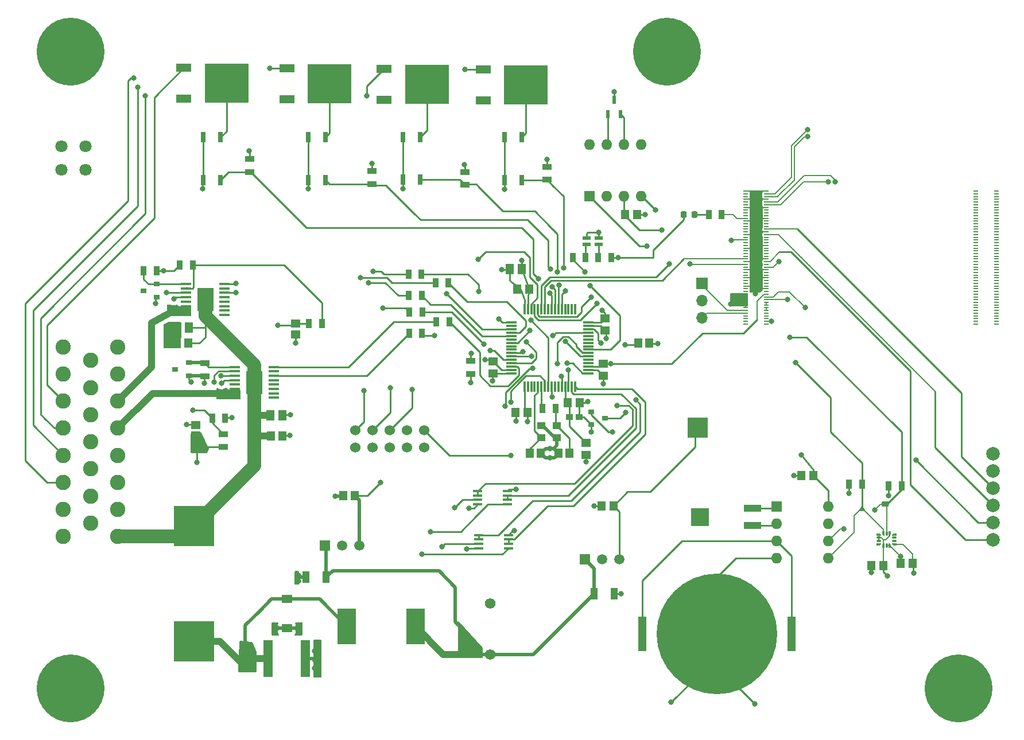
<source format=gtl>
G04 #@! TF.GenerationSoftware,KiCad,Pcbnew,5.99.0-unknown-6a369b230f~117~ubuntu20.04.1*
G04 #@! TF.CreationDate,2021-05-15T11:46:24+08:00*
G04 #@! TF.ProjectId,Controller,436f6e74-726f-46c6-9c65-722e6b696361,rev?*
G04 #@! TF.SameCoordinates,Original*
G04 #@! TF.FileFunction,Copper,L1,Top*
G04 #@! TF.FilePolarity,Positive*
%FSLAX46Y46*%
G04 Gerber Fmt 4.6, Leading zero omitted, Abs format (unit mm)*
G04 Created by KiCad (PCBNEW 5.99.0-unknown-6a369b230f~117~ubuntu20.04.1) date 2021-05-15 11:46:24*
%MOMM*%
%LPD*%
G01*
G04 APERTURE LIST*
G04 Aperture macros list*
%AMRoundRect*
0 Rectangle with rounded corners*
0 $1 Rounding radius*
0 $2 $3 $4 $5 $6 $7 $8 $9 X,Y pos of 4 corners*
0 Add a 4 corners polygon primitive as box body*
4,1,4,$2,$3,$4,$5,$6,$7,$8,$9,$2,$3,0*
0 Add four circle primitives for the rounded corners*
1,1,$1+$1,$2,$3*
1,1,$1+$1,$4,$5*
1,1,$1+$1,$6,$7*
1,1,$1+$1,$8,$9*
0 Add four rect primitives between the rounded corners*
20,1,$1+$1,$2,$3,$4,$5,0*
20,1,$1+$1,$4,$5,$6,$7,0*
20,1,$1+$1,$6,$7,$8,$9,0*
20,1,$1+$1,$8,$9,$2,$3,0*%
%AMFreePoly0*
4,1,48,0.036020,0.199191,0.037970,0.199714,0.040958,0.198321,0.057086,0.195477,0.069630,0.184951,0.084467,0.178033,0.290533,-0.028033,0.293203,-0.031847,0.294953,-0.032857,0.296081,-0.035957,0.305473,-0.049370,0.306900,-0.065680,0.312500,-0.081066,0.312500,-0.125000,0.310782,-0.134742,0.311361,-0.138024,0.309695,-0.140910,0.307977,-0.150652,0.295451,-0.165579,0.285709,-0.182453,
0.279350,-0.184767,0.275000,-0.189952,0.255809,-0.193336,0.237500,-0.200000,-0.237500,-0.200000,-0.247242,-0.198282,-0.250524,-0.198861,-0.253410,-0.197195,-0.263152,-0.195477,-0.278079,-0.182951,-0.294953,-0.173209,-0.297267,-0.166850,-0.302452,-0.162500,-0.305836,-0.143309,-0.312500,-0.125000,-0.312500,0.125000,-0.310782,0.134742,-0.311361,0.138024,-0.309695,0.140910,-0.307977,0.150652,
-0.295451,0.165579,-0.285709,0.182453,-0.279350,0.184767,-0.275000,0.189952,-0.255809,0.193336,-0.237500,0.200000,0.031434,0.200000,0.036020,0.199191,0.036020,0.199191,$1*%
%AMFreePoly1*
4,1,48,0.247242,0.198282,0.250524,0.198861,0.253410,0.197195,0.263152,0.195477,0.278079,0.182951,0.294953,0.173209,0.297267,0.166850,0.302452,0.162500,0.305836,0.143309,0.312500,0.125000,0.312500,0.081066,0.311691,0.076480,0.312214,0.074529,0.310820,0.071540,0.307977,0.055414,0.297452,0.042871,0.290533,0.028033,0.084467,-0.178033,0.080653,-0.180703,0.079643,-0.182453,
0.076543,-0.183581,0.063130,-0.192973,0.046819,-0.194400,0.031434,-0.200000,-0.237500,-0.200000,-0.247242,-0.198282,-0.250524,-0.198861,-0.253410,-0.197195,-0.263152,-0.195477,-0.278079,-0.182951,-0.294953,-0.173209,-0.297267,-0.166850,-0.302452,-0.162500,-0.305836,-0.143309,-0.312500,-0.125000,-0.312500,0.125000,-0.310782,0.134742,-0.311361,0.138024,-0.309695,0.140910,-0.307977,0.150652,
-0.295451,0.165579,-0.285709,0.182453,-0.279350,0.184767,-0.275000,0.189952,-0.255809,0.193336,-0.237500,0.200000,0.237500,0.200000,0.247242,0.198282,0.247242,0.198282,$1*%
%AMFreePoly2*
4,1,48,0.134742,0.310782,0.138024,0.311361,0.140910,0.309695,0.150652,0.307977,0.165579,0.295451,0.182453,0.285709,0.184767,0.279350,0.189952,0.275000,0.193336,0.255809,0.200000,0.237500,0.200000,-0.237500,0.198282,-0.247242,0.198861,-0.250524,0.197195,-0.253410,0.195477,-0.263152,0.182951,-0.278079,0.173209,-0.294953,0.166850,-0.297267,0.162500,-0.302452,0.143309,-0.305836,
0.125000,-0.312500,-0.125000,-0.312500,-0.134742,-0.310782,-0.138024,-0.311361,-0.140910,-0.309695,-0.150652,-0.307977,-0.165579,-0.295451,-0.182453,-0.285709,-0.184767,-0.279350,-0.189952,-0.275000,-0.193336,-0.255809,-0.200000,-0.237500,-0.200000,0.031434,-0.199191,0.036020,-0.199714,0.037970,-0.198321,0.040958,-0.195477,0.057086,-0.184951,0.069630,-0.178033,0.084467,0.028033,0.290533,
0.031847,0.293203,0.032857,0.294953,0.035957,0.296081,0.049370,0.305473,0.065680,0.306900,0.081066,0.312500,0.125000,0.312500,0.134742,0.310782,0.134742,0.310782,$1*%
%AMFreePoly3*
4,1,48,-0.076480,0.311691,-0.074530,0.312214,-0.071542,0.310821,-0.055414,0.307977,-0.042870,0.297451,-0.028033,0.290533,0.178033,0.084467,0.180703,0.080653,0.182453,0.079643,0.183581,0.076543,0.192973,0.063130,0.194400,0.046820,0.200000,0.031434,0.200000,-0.237500,0.198282,-0.247242,0.198861,-0.250524,0.197195,-0.253410,0.195477,-0.263152,0.182951,-0.278079,0.173209,-0.294953,
0.166850,-0.297267,0.162500,-0.302452,0.143309,-0.305836,0.125000,-0.312500,-0.125000,-0.312500,-0.134742,-0.310782,-0.138024,-0.311361,-0.140910,-0.309695,-0.150652,-0.307977,-0.165579,-0.295451,-0.182453,-0.285709,-0.184767,-0.279350,-0.189952,-0.275000,-0.193336,-0.255809,-0.200000,-0.237500,-0.200000,0.237500,-0.198282,0.247242,-0.198861,0.250524,-0.197195,0.253410,-0.195477,0.263152,
-0.182951,0.278079,-0.173209,0.294953,-0.166850,0.297267,-0.162500,0.302452,-0.143309,0.305836,-0.125000,0.312500,-0.081066,0.312500,-0.076480,0.311691,-0.076480,0.311691,$1*%
%AMFreePoly4*
4,1,48,0.247242,0.198282,0.250524,0.198861,0.253410,0.197195,0.263152,0.195477,0.278079,0.182951,0.294953,0.173209,0.297267,0.166850,0.302452,0.162500,0.305836,0.143309,0.312500,0.125000,0.312500,-0.125000,0.310782,-0.134742,0.311361,-0.138024,0.309695,-0.140910,0.307977,-0.150652,0.295451,-0.165579,0.285709,-0.182453,0.279350,-0.184767,0.275000,-0.189952,0.255809,-0.193336,
0.237500,-0.200000,-0.031434,-0.200000,-0.036020,-0.199191,-0.037971,-0.199714,-0.040960,-0.198320,-0.057086,-0.195477,-0.069629,-0.184952,-0.084467,-0.178033,-0.290533,0.028033,-0.293203,0.031847,-0.294953,0.032857,-0.296081,0.035957,-0.305473,0.049370,-0.306900,0.065681,-0.312500,0.081066,-0.312500,0.125000,-0.310782,0.134742,-0.311361,0.138024,-0.309695,0.140910,-0.307977,0.150652,
-0.295451,0.165579,-0.285709,0.182453,-0.279350,0.184767,-0.275000,0.189952,-0.255809,0.193336,-0.237500,0.200000,0.237500,0.200000,0.247242,0.198282,0.247242,0.198282,$1*%
%AMFreePoly5*
4,1,48,0.247242,0.198282,0.250524,0.198861,0.253410,0.197195,0.263152,0.195477,0.278079,0.182951,0.294953,0.173209,0.297267,0.166850,0.302452,0.162500,0.305836,0.143309,0.312500,0.125000,0.312500,-0.125000,0.310782,-0.134742,0.311361,-0.138024,0.309695,-0.140910,0.307977,-0.150652,0.295451,-0.165579,0.285709,-0.182453,0.279350,-0.184767,0.275000,-0.189952,0.255809,-0.193336,
0.237500,-0.200000,-0.237500,-0.200000,-0.247242,-0.198282,-0.250524,-0.198861,-0.253410,-0.197195,-0.263152,-0.195477,-0.278079,-0.182951,-0.294953,-0.173209,-0.297267,-0.166850,-0.302452,-0.162500,-0.305836,-0.143309,-0.312500,-0.125000,-0.312500,-0.081066,-0.311691,-0.076480,-0.312214,-0.074530,-0.310821,-0.071542,-0.307977,-0.055414,-0.297451,-0.042870,-0.290533,-0.028033,-0.084467,0.178033,
-0.080653,0.180703,-0.079643,0.182453,-0.076543,0.183581,-0.063130,0.192973,-0.046820,0.194400,-0.031434,0.200000,0.237500,0.200000,0.247242,0.198282,0.247242,0.198282,$1*%
%AMFreePoly6*
4,1,48,0.134742,0.310782,0.138024,0.311361,0.140910,0.309695,0.150652,0.307977,0.165579,0.295451,0.182453,0.285709,0.184767,0.279350,0.189952,0.275000,0.193336,0.255809,0.200000,0.237500,0.200000,-0.031434,0.199191,-0.036020,0.199714,-0.037971,0.198320,-0.040960,0.195477,-0.057086,0.184952,-0.069629,0.178033,-0.084467,-0.028033,-0.290533,-0.031847,-0.293203,-0.032857,-0.294953,
-0.035957,-0.296081,-0.049370,-0.305473,-0.065681,-0.306900,-0.081066,-0.312500,-0.125000,-0.312500,-0.134742,-0.310782,-0.138024,-0.311361,-0.140910,-0.309695,-0.150652,-0.307977,-0.165579,-0.295451,-0.182453,-0.285709,-0.184767,-0.279350,-0.189952,-0.275000,-0.193336,-0.255809,-0.200000,-0.237500,-0.200000,0.237500,-0.198282,0.247242,-0.198861,0.250524,-0.197195,0.253410,-0.195477,0.263152,
-0.182951,0.278079,-0.173209,0.294953,-0.166850,0.297267,-0.162500,0.302452,-0.143309,0.305836,-0.125000,0.312500,0.125000,0.312500,0.134742,0.310782,0.134742,0.310782,$1*%
%AMFreePoly7*
4,1,48,0.134742,0.310782,0.138024,0.311361,0.140910,0.309695,0.150652,0.307977,0.165579,0.295451,0.182453,0.285709,0.184767,0.279350,0.189952,0.275000,0.193336,0.255809,0.200000,0.237500,0.200000,-0.237500,0.198282,-0.247242,0.198861,-0.250524,0.197195,-0.253410,0.195477,-0.263152,0.182951,-0.278079,0.173209,-0.294953,0.166850,-0.297267,0.162500,-0.302452,0.143309,-0.305836,
0.125000,-0.312500,0.081066,-0.312500,0.076480,-0.311691,0.074529,-0.312214,0.071540,-0.310820,0.055414,-0.307977,0.042871,-0.297452,0.028033,-0.290533,-0.178033,-0.084467,-0.180703,-0.080653,-0.182453,-0.079643,-0.183581,-0.076543,-0.192973,-0.063130,-0.194400,-0.046819,-0.200000,-0.031434,-0.200000,0.237500,-0.198282,0.247242,-0.198861,0.250524,-0.197195,0.253410,-0.195477,0.263152,
-0.182951,0.278079,-0.173209,0.294953,-0.166850,0.297267,-0.162500,0.302452,-0.143309,0.305836,-0.125000,0.312500,0.125000,0.312500,0.134742,0.310782,0.134742,0.310782,$1*%
G04 Aperture macros list end*
G04 #@! TA.AperFunction,EtchedComponent*
%ADD10C,0.120000*%
G04 #@! TD*
G04 #@! TA.AperFunction,SMDPad,CuDef*
%ADD11R,0.920000X1.380000*%
G04 #@! TD*
G04 #@! TA.AperFunction,SMDPad,CuDef*
%ADD12R,1.160000X1.470000*%
G04 #@! TD*
G04 #@! TA.AperFunction,SMDPad,CuDef*
%ADD13R,2.200000X1.200000*%
G04 #@! TD*
G04 #@! TA.AperFunction,SMDPad,CuDef*
%ADD14R,6.400000X5.800000*%
G04 #@! TD*
G04 #@! TA.AperFunction,SMDPad,CuDef*
%ADD15R,1.470000X1.160000*%
G04 #@! TD*
G04 #@! TA.AperFunction,SMDPad,CuDef*
%ADD16R,1.422400X0.431800*%
G04 #@! TD*
G04 #@! TA.AperFunction,SMDPad,CuDef*
%ADD17R,2.794000X5.308600*%
G04 #@! TD*
G04 #@! TA.AperFunction,SMDPad,CuDef*
%ADD18R,1.380000X0.920000*%
G04 #@! TD*
G04 #@! TA.AperFunction,SMDPad,CuDef*
%ADD19R,0.800000X1.500000*%
G04 #@! TD*
G04 #@! TA.AperFunction,SMDPad,CuDef*
%ADD20R,1.300000X1.100000*%
G04 #@! TD*
G04 #@! TA.AperFunction,SMDPad,CuDef*
%ADD21R,0.900000X0.800000*%
G04 #@! TD*
G04 #@! TA.AperFunction,SMDPad,CuDef*
%ADD22R,1.449997X1.305598*%
G04 #@! TD*
G04 #@! TA.AperFunction,SMDPad,CuDef*
%ADD23R,1.280000X1.560000*%
G04 #@! TD*
G04 #@! TA.AperFunction,SMDPad,CuDef*
%ADD24R,1.305598X1.449997*%
G04 #@! TD*
G04 #@! TA.AperFunction,ComponentPad*
%ADD25R,1.508000X1.508000*%
G04 #@! TD*
G04 #@! TA.AperFunction,ComponentPad*
%ADD26C,1.508000*%
G04 #@! TD*
G04 #@! TA.AperFunction,SMDPad,CuDef*
%ADD27R,6.000000X6.000000*%
G04 #@! TD*
G04 #@! TA.AperFunction,SMDPad,CuDef*
%ADD28FreePoly0,0.000000*%
G04 #@! TD*
G04 #@! TA.AperFunction,SMDPad,CuDef*
%ADD29RoundRect,0.100000X-0.212500X-0.100000X0.212500X-0.100000X0.212500X0.100000X-0.212500X0.100000X0*%
G04 #@! TD*
G04 #@! TA.AperFunction,SMDPad,CuDef*
%ADD30FreePoly1,0.000000*%
G04 #@! TD*
G04 #@! TA.AperFunction,SMDPad,CuDef*
%ADD31FreePoly2,0.000000*%
G04 #@! TD*
G04 #@! TA.AperFunction,SMDPad,CuDef*
%ADD32RoundRect,0.100000X-0.100000X-0.212500X0.100000X-0.212500X0.100000X0.212500X-0.100000X0.212500X0*%
G04 #@! TD*
G04 #@! TA.AperFunction,SMDPad,CuDef*
%ADD33FreePoly3,0.000000*%
G04 #@! TD*
G04 #@! TA.AperFunction,SMDPad,CuDef*
%ADD34FreePoly4,0.000000*%
G04 #@! TD*
G04 #@! TA.AperFunction,SMDPad,CuDef*
%ADD35FreePoly5,0.000000*%
G04 #@! TD*
G04 #@! TA.AperFunction,SMDPad,CuDef*
%ADD36FreePoly6,0.000000*%
G04 #@! TD*
G04 #@! TA.AperFunction,SMDPad,CuDef*
%ADD37FreePoly7,0.000000*%
G04 #@! TD*
G04 #@! TA.AperFunction,SMDPad,CuDef*
%ADD38RoundRect,0.075000X0.075000X-0.700000X0.075000X0.700000X-0.075000X0.700000X-0.075000X-0.700000X0*%
G04 #@! TD*
G04 #@! TA.AperFunction,SMDPad,CuDef*
%ADD39RoundRect,0.075000X0.700000X-0.075000X0.700000X0.075000X-0.700000X0.075000X-0.700000X-0.075000X0*%
G04 #@! TD*
G04 #@! TA.AperFunction,SMDPad,CuDef*
%ADD40R,0.600000X1.300000*%
G04 #@! TD*
G04 #@! TA.AperFunction,SMDPad,CuDef*
%ADD41R,1.200000X1.450000*%
G04 #@! TD*
G04 #@! TA.AperFunction,ComponentPad*
%ADD42C,2.260600*%
G04 #@! TD*
G04 #@! TA.AperFunction,SMDPad,CuDef*
%ADD43R,1.375600X5.399999*%
G04 #@! TD*
G04 #@! TA.AperFunction,ComponentPad*
%ADD44C,1.800000*%
G04 #@! TD*
G04 #@! TA.AperFunction,SMDPad,CuDef*
%ADD45R,2.500000X1.000000*%
G04 #@! TD*
G04 #@! TA.AperFunction,ComponentPad*
%ADD46R,1.700000X1.700000*%
G04 #@! TD*
G04 #@! TA.AperFunction,ComponentPad*
%ADD47O,1.700000X1.700000*%
G04 #@! TD*
G04 #@! TA.AperFunction,ComponentPad*
%ADD48C,2.000000*%
G04 #@! TD*
G04 #@! TA.AperFunction,SMDPad,CuDef*
%ADD49R,1.270000X5.080000*%
G04 #@! TD*
G04 #@! TA.AperFunction,SMDPad,CuDef*
%ADD50C,17.800000*%
G04 #@! TD*
G04 #@! TA.AperFunction,ComponentPad*
%ADD51C,10.000000*%
G04 #@! TD*
G04 #@! TA.AperFunction,SMDPad,CuDef*
%ADD52R,1.520000X1.200000*%
G04 #@! TD*
G04 #@! TA.AperFunction,ComponentPad*
%ADD53C,1.524000*%
G04 #@! TD*
G04 #@! TA.AperFunction,ComponentPad*
%ADD54R,1.600000X1.600000*%
G04 #@! TD*
G04 #@! TA.AperFunction,ComponentPad*
%ADD55O,1.600000X1.600000*%
G04 #@! TD*
G04 #@! TA.AperFunction,SMDPad,CuDef*
%ADD56R,1.570000X0.410000*%
G04 #@! TD*
G04 #@! TA.AperFunction,SMDPad,CuDef*
%ADD57R,2.480000X3.400000*%
G04 #@! TD*
G04 #@! TA.AperFunction,SMDPad,CuDef*
%ADD58R,1.080000X1.770000*%
G04 #@! TD*
G04 #@! TA.AperFunction,ComponentPad*
%ADD59C,1.574800*%
G04 #@! TD*
G04 #@! TA.AperFunction,SMDPad,CuDef*
%ADD60RoundRect,0.218750X0.218750X0.256250X-0.218750X0.256250X-0.218750X-0.256250X0.218750X-0.256250X0*%
G04 #@! TD*
G04 #@! TA.AperFunction,SMDPad,CuDef*
%ADD61R,1.200000X0.600000*%
G04 #@! TD*
G04 #@! TA.AperFunction,SMDPad,CuDef*
%ADD62R,1.005599X0.949998*%
G04 #@! TD*
G04 #@! TA.AperFunction,SMDPad,CuDef*
%ADD63R,0.700000X0.200000*%
G04 #@! TD*
G04 #@! TA.AperFunction,SMDPad,CuDef*
%ADD64R,1.420000X1.200000*%
G04 #@! TD*
G04 #@! TA.AperFunction,ViaPad*
%ADD65C,0.800000*%
G04 #@! TD*
G04 #@! TA.AperFunction,Conductor*
%ADD66C,0.250000*%
G04 #@! TD*
G04 #@! TA.AperFunction,Conductor*
%ADD67C,0.200000*%
G04 #@! TD*
G04 #@! TA.AperFunction,Conductor*
%ADD68C,0.500000*%
G04 #@! TD*
G04 #@! TA.AperFunction,Conductor*
%ADD69C,1.000000*%
G04 #@! TD*
G04 #@! TA.AperFunction,Conductor*
%ADD70C,2.000000*%
G04 #@! TD*
G04 APERTURE END LIST*
D10*
X178076000Y-115520000D02*
X180576000Y-115520000D01*
X180576000Y-115520000D02*
X180576000Y-118020000D01*
X180576000Y-118020000D02*
X178076000Y-118020000D01*
X178076000Y-118020000D02*
X178076000Y-115520000D01*
G36*
X178076000Y-115520000D02*
G01*
X180576000Y-115520000D01*
X180576000Y-118020000D01*
X178076000Y-118020000D01*
X178076000Y-115520000D01*
G37*
D11*
X201361000Y-111972000D03*
X203271000Y-111972000D03*
D12*
X206430000Y-124003000D03*
X204670000Y-124003000D03*
D13*
X103212124Y-50507865D03*
D14*
X109512124Y-52787865D03*
D13*
X103212124Y-55067865D03*
D15*
X165130000Y-95980000D03*
X165130000Y-94220000D03*
D16*
X146758300Y-119475001D03*
X146758300Y-120124999D03*
X146758300Y-120775001D03*
X146758300Y-121424999D03*
X151101700Y-121424999D03*
X151101700Y-120775001D03*
X151101700Y-120124999D03*
X151101700Y-119475001D03*
D17*
X137371900Y-132950000D03*
X127288100Y-132950000D03*
D18*
X144656051Y-65867156D03*
X144656051Y-67777156D03*
D19*
X108610000Y-60750000D03*
X106070000Y-60750000D03*
X106070000Y-67050000D03*
X108610000Y-67050000D03*
D20*
X155930000Y-105090000D03*
X158230000Y-105090000D03*
X158230000Y-103290000D03*
X155930000Y-103290000D03*
D11*
X107405000Y-102220000D03*
X109315000Y-102220000D03*
D21*
X163340000Y-101270000D03*
X163340000Y-103170000D03*
X165340000Y-102220000D03*
D22*
X119670000Y-88287201D03*
X119670000Y-89892799D03*
D23*
X103989000Y-88830000D03*
X102211000Y-88830000D03*
D24*
X170277201Y-91150000D03*
X171882799Y-91150000D03*
X154297201Y-107410000D03*
X155902799Y-107410000D03*
D18*
X145570000Y-93775000D03*
X145570000Y-95685000D03*
D25*
X162380000Y-123075000D03*
D26*
X164920000Y-123075000D03*
X167460000Y-123075000D03*
D11*
X138425000Y-86570000D03*
X136515000Y-86570000D03*
D27*
X104720000Y-118130000D03*
X104720000Y-135130000D03*
D28*
X205717500Y-119370500D03*
D29*
X205717500Y-119870500D03*
X205717500Y-120370500D03*
D30*
X205717500Y-120870500D03*
D31*
X206380000Y-121033000D03*
D32*
X206880000Y-121033000D03*
D33*
X207380000Y-121033000D03*
D34*
X208042500Y-120870500D03*
D29*
X208042500Y-120370500D03*
X208042500Y-119870500D03*
D35*
X208042500Y-119370500D03*
D36*
X207380000Y-119208000D03*
D32*
X206880000Y-119208000D03*
D37*
X206380000Y-119208000D03*
D11*
X136385000Y-80930000D03*
X138295000Y-80930000D03*
D38*
X153470000Y-97525000D03*
X153970000Y-97525000D03*
X154470000Y-97525000D03*
X154970000Y-97525000D03*
X155470000Y-97525000D03*
X155970000Y-97525000D03*
X156470000Y-97525000D03*
X156970000Y-97525000D03*
X157470000Y-97525000D03*
X157970000Y-97525000D03*
X158470000Y-97525000D03*
X158970000Y-97525000D03*
X159470000Y-97525000D03*
X159970000Y-97525000D03*
X160470000Y-97525000D03*
X160970000Y-97525000D03*
D39*
X162895000Y-95600000D03*
X162895000Y-95100000D03*
X162895000Y-94600000D03*
X162895000Y-94100000D03*
X162895000Y-93600000D03*
X162895000Y-93100000D03*
X162895000Y-92600000D03*
X162895000Y-92100000D03*
X162895000Y-91600000D03*
X162895000Y-91100000D03*
X162895000Y-90600000D03*
X162895000Y-90100000D03*
X162895000Y-89600000D03*
X162895000Y-89100000D03*
X162895000Y-88600000D03*
X162895000Y-88100000D03*
D38*
X160970000Y-86175000D03*
X160470000Y-86175000D03*
X159970000Y-86175000D03*
X159470000Y-86175000D03*
X158970000Y-86175000D03*
X158470000Y-86175000D03*
X157970000Y-86175000D03*
X157470000Y-86175000D03*
X156970000Y-86175000D03*
X156470000Y-86175000D03*
X155970000Y-86175000D03*
X155470000Y-86175000D03*
X154970000Y-86175000D03*
X154470000Y-86175000D03*
X153970000Y-86175000D03*
X153470000Y-86175000D03*
D39*
X151545000Y-88100000D03*
X151545000Y-88600000D03*
X151545000Y-89100000D03*
X151545000Y-89600000D03*
X151545000Y-90100000D03*
X151545000Y-90600000D03*
X151545000Y-91100000D03*
X151545000Y-91600000D03*
X151545000Y-92100000D03*
X151545000Y-92600000D03*
X151545000Y-93100000D03*
X151545000Y-93600000D03*
X151545000Y-94100000D03*
X151545000Y-94600000D03*
X151545000Y-95100000D03*
X151545000Y-95600000D03*
D19*
X153060000Y-60750000D03*
X150520000Y-60750000D03*
X150520000Y-67050000D03*
X153060000Y-67050000D03*
X138068000Y-60738000D03*
X135528000Y-60738000D03*
X135528000Y-67038000D03*
X138068000Y-67038000D03*
D40*
X165763505Y-57340958D03*
X167663505Y-57340958D03*
X166713505Y-55240958D03*
D12*
X159830000Y-99950000D03*
X161590000Y-99950000D03*
D19*
X124076223Y-60750000D03*
X121536223Y-60750000D03*
X121536223Y-67050000D03*
X124076223Y-67050000D03*
D41*
X103915560Y-91160003D03*
X102215560Y-91160003D03*
D13*
X118401365Y-50570185D03*
D14*
X124701365Y-52850185D03*
D13*
X118401365Y-55130185D03*
D42*
X93450000Y-91700001D03*
X93450000Y-95700000D03*
X93450000Y-99700000D03*
X93450000Y-103700000D03*
X93450000Y-107699999D03*
X93450000Y-111699999D03*
X93450000Y-115699998D03*
X93450000Y-119699998D03*
X89450000Y-93699999D03*
X89450000Y-97699999D03*
X89450000Y-101699999D03*
X89450000Y-105699998D03*
X89450000Y-109699998D03*
X89450000Y-113699997D03*
X89450000Y-117699997D03*
X85450000Y-91700001D03*
X85450000Y-95700000D03*
X85450000Y-99700000D03*
X85450000Y-103700000D03*
X85450000Y-107699999D03*
X85450000Y-111699999D03*
X85450000Y-115699998D03*
X85450000Y-119699998D03*
D12*
X154130000Y-83160000D03*
X152370000Y-83160000D03*
D11*
X138375000Y-89720000D03*
X136465000Y-89720000D03*
D15*
X148860000Y-93850000D03*
X148860000Y-95610000D03*
D43*
X121117800Y-137730000D03*
X115682200Y-137730000D03*
D18*
X156790000Y-65125000D03*
X156790000Y-67035000D03*
D11*
X140330000Y-82240000D03*
X142240000Y-82240000D03*
D44*
X88707000Y-65587000D03*
X88707000Y-62053000D03*
X85173000Y-62053000D03*
X85173000Y-65587000D03*
D11*
X104515000Y-79630000D03*
X102605000Y-79630000D03*
D45*
X187076000Y-118020000D03*
X187076000Y-115520000D03*
D22*
X104990000Y-104802799D03*
X104990000Y-103197201D03*
D41*
X116030000Y-104820000D03*
X117730000Y-104820000D03*
D11*
X160590000Y-78510000D03*
X162500000Y-78510000D03*
D46*
X179620000Y-82335000D03*
D47*
X179620000Y-84875000D03*
X179620000Y-87415000D03*
D11*
X180630000Y-72130000D03*
X182540000Y-72130000D03*
D41*
X128400000Y-113640000D03*
X126700000Y-113640000D03*
D48*
X222570000Y-107470000D03*
X222570000Y-110010000D03*
X222570000Y-112550000D03*
X222570000Y-115090000D03*
X222570000Y-117630000D03*
X222570000Y-120170000D03*
D25*
X123988000Y-120985000D03*
D26*
X126528000Y-120985000D03*
X129068000Y-120985000D03*
D11*
X97285000Y-80460000D03*
X99195000Y-80460000D03*
X136386454Y-84128383D03*
X138296454Y-84128383D03*
D49*
X170865000Y-134060000D03*
X192835000Y-134060000D03*
D50*
X181850000Y-134060000D03*
D16*
X146568300Y-112985001D03*
X146568300Y-113634999D03*
X146568300Y-114285001D03*
X146568300Y-114934999D03*
X150911700Y-114934999D03*
X150911700Y-114285001D03*
X150911700Y-113634999D03*
X150911700Y-112985001D03*
D11*
X166255000Y-78500000D03*
X164345000Y-78500000D03*
D51*
X174520000Y-48120000D03*
D11*
X156145000Y-100750000D03*
X158055000Y-100750000D03*
D18*
X109040000Y-106475000D03*
X109040000Y-104565000D03*
D41*
X166580000Y-115140000D03*
X164880000Y-115140000D03*
D52*
X118400000Y-128930000D03*
X118400000Y-133250000D03*
D12*
X152120000Y-101380000D03*
X153880000Y-101380000D03*
D53*
X128500000Y-106560000D03*
X128500000Y-104020000D03*
X131040000Y-106560000D03*
X131040000Y-104020000D03*
X133580000Y-106560000D03*
X133580000Y-104020000D03*
X136120000Y-106560000D03*
X136120000Y-104020000D03*
X138660000Y-106560000D03*
X138660000Y-104020000D03*
D18*
X106300000Y-94125000D03*
X106300000Y-96035000D03*
X112915000Y-63965000D03*
X112915000Y-65875000D03*
D21*
X99249169Y-84338900D03*
X99249169Y-82438900D03*
X97249169Y-83388900D03*
D24*
X160122799Y-107410000D03*
X158517201Y-107410000D03*
D12*
X196084000Y-110702000D03*
X194324000Y-110702000D03*
D54*
X163090000Y-69480000D03*
D55*
X165630000Y-69480000D03*
X168170000Y-69480000D03*
X170710000Y-69480000D03*
X170710000Y-61860000D03*
X168170000Y-61860000D03*
X165630000Y-61860000D03*
X163090000Y-61860000D03*
D56*
X103510000Y-82421000D03*
X103510000Y-83071000D03*
X103510000Y-83721000D03*
X103510000Y-84371000D03*
X103510000Y-85021000D03*
X103510000Y-85671000D03*
X103510000Y-86321000D03*
X103510000Y-86971000D03*
X109250000Y-86971000D03*
X109250000Y-86321000D03*
X109250000Y-85671000D03*
X109250000Y-85021000D03*
X109250000Y-84371000D03*
X109250000Y-83721000D03*
X109250000Y-83071000D03*
X109250000Y-82421000D03*
D57*
X106380000Y-84696000D03*
D54*
X190642000Y-115284000D03*
D55*
X190642000Y-117824000D03*
X190642000Y-120364000D03*
X190642000Y-122904000D03*
X198262000Y-122904000D03*
X198262000Y-120364000D03*
X198262000Y-117824000D03*
X198262000Y-115284000D03*
D18*
X130990000Y-65740000D03*
X130990000Y-67650000D03*
D11*
X142375000Y-88000000D03*
X140465000Y-88000000D03*
X121675000Y-88274000D03*
X123585000Y-88274000D03*
D58*
X124235000Y-125700000D03*
X121245000Y-125700000D03*
D51*
X217520000Y-142120000D03*
D23*
X116001000Y-101800000D03*
X117779000Y-101800000D03*
D58*
X163725000Y-128090000D03*
X166715000Y-128090000D03*
D21*
X103970000Y-95950000D03*
X103970000Y-94050000D03*
X101970000Y-95000000D03*
D59*
X148410000Y-137090000D03*
X148410000Y-129590000D03*
D60*
X178515000Y-72130000D03*
X176940000Y-72130000D03*
D61*
X164395000Y-76575000D03*
X162595000Y-76575000D03*
X162595000Y-75625000D03*
X164395000Y-75625000D03*
D12*
X168318784Y-72161043D03*
X170068784Y-72161043D03*
X210740000Y-123623000D03*
X208980000Y-123623000D03*
D23*
X153059644Y-80246821D03*
X151281644Y-80246821D03*
D13*
X132765000Y-50645000D03*
D14*
X139065000Y-52925000D03*
D13*
X132765000Y-55205000D03*
D56*
X110764202Y-94663301D03*
X110764202Y-95313301D03*
X110764202Y-95963301D03*
X110764202Y-96613301D03*
X110764202Y-97263301D03*
X110764202Y-97913301D03*
X110764202Y-98563301D03*
X110764202Y-99213301D03*
X116504202Y-99213301D03*
X116504202Y-98563301D03*
X116504202Y-97913301D03*
X116504202Y-97263301D03*
X116504202Y-96613301D03*
X116504202Y-95963301D03*
X116504202Y-95313301D03*
X116504202Y-94663301D03*
D57*
X113634202Y-96938301D03*
D51*
X86520000Y-142120000D03*
D11*
X207203000Y-112226000D03*
X209113000Y-112226000D03*
D15*
X165360000Y-89240000D03*
X165360000Y-87480000D03*
D51*
X86520000Y-48120000D03*
D62*
X160102201Y-102080000D03*
X161557799Y-102080000D03*
D63*
X186090000Y-68720000D03*
X189170000Y-68720000D03*
X186090000Y-69120000D03*
X189170000Y-69120000D03*
X186090000Y-69520000D03*
X189170000Y-69520000D03*
X186090000Y-69920000D03*
X189170000Y-69920000D03*
X186090000Y-70320000D03*
X189170000Y-70320000D03*
X186090000Y-70720000D03*
X189170000Y-70720000D03*
X186090000Y-71120000D03*
X189170000Y-71120000D03*
X186090000Y-71520000D03*
X189170000Y-71520000D03*
X186090000Y-71920000D03*
X189170000Y-71920000D03*
X186090000Y-72320000D03*
X189170000Y-72320000D03*
X186090000Y-72720000D03*
X189170000Y-72720000D03*
X186090000Y-73120000D03*
X189170000Y-73120000D03*
X186090000Y-73520000D03*
X189170000Y-73520000D03*
X186090000Y-73920000D03*
X189170000Y-73920000D03*
X186090000Y-74320000D03*
X189170000Y-74320000D03*
X186090000Y-74720000D03*
X189170000Y-74720000D03*
X186090000Y-75120000D03*
X189170000Y-75120000D03*
X186090000Y-75520000D03*
X189170000Y-75520000D03*
X186090000Y-75920000D03*
X189170000Y-75920000D03*
X186090000Y-76320000D03*
X189170000Y-76320000D03*
X186090000Y-76720000D03*
X189170000Y-76720000D03*
X186090000Y-77120000D03*
X189170000Y-77120000D03*
X186090000Y-77520000D03*
X189170000Y-77520000D03*
X186090000Y-77920000D03*
X189170000Y-77920000D03*
X186090000Y-78320000D03*
X189170000Y-78320000D03*
X186090000Y-78720000D03*
X189170000Y-78720000D03*
X186090000Y-79120000D03*
X189170000Y-79120000D03*
X186090000Y-79520000D03*
X189170000Y-79520000D03*
X186090000Y-79920000D03*
X189170000Y-79920000D03*
X186090000Y-80320000D03*
X189170000Y-80320000D03*
X186090000Y-80720000D03*
X189170000Y-80720000D03*
X186090000Y-81120000D03*
X189170000Y-81120000D03*
X186090000Y-81520000D03*
X189170000Y-81520000D03*
X186090000Y-81920000D03*
X189170000Y-81920000D03*
X186090000Y-82320000D03*
X189170000Y-82320000D03*
X186090000Y-82720000D03*
X189170000Y-82720000D03*
X186090000Y-83120000D03*
X189170000Y-83120000D03*
X186090000Y-83520000D03*
X189170000Y-83520000D03*
X186090000Y-83920000D03*
X189170000Y-83920000D03*
X186090000Y-84320000D03*
X189170000Y-84320000D03*
X186090000Y-84720000D03*
X189170000Y-84720000D03*
X186090000Y-85120000D03*
X189170000Y-85120000D03*
X186090000Y-85520000D03*
X189170000Y-85520000D03*
X186090000Y-85920000D03*
X189170000Y-85920000D03*
X186090000Y-86320000D03*
X189170000Y-86320000D03*
X186090000Y-86720000D03*
X189170000Y-86720000D03*
X186090000Y-87120000D03*
X189170000Y-87120000D03*
X186090000Y-87520000D03*
X189170000Y-87520000D03*
X186090000Y-87920000D03*
X189170000Y-87920000D03*
X186090000Y-88320000D03*
X189170000Y-88320000D03*
X220010000Y-68720000D03*
X223090000Y-68720000D03*
X220010000Y-69120000D03*
X223090000Y-69120000D03*
X220010000Y-69520000D03*
X223090000Y-69520000D03*
X220010000Y-69920000D03*
X223090000Y-69920000D03*
X220010000Y-70320000D03*
X223090000Y-70320000D03*
X220010000Y-70720000D03*
X223090000Y-70720000D03*
X220010000Y-71120000D03*
X223090000Y-71120000D03*
X220010000Y-71520000D03*
X223090000Y-71520000D03*
X220010000Y-71920000D03*
X223090000Y-71920000D03*
X220010000Y-72320000D03*
X223090000Y-72320000D03*
X220010000Y-72720000D03*
X223090000Y-72720000D03*
X220010000Y-73120000D03*
X223090000Y-73120000D03*
X220010000Y-73520000D03*
X223090000Y-73520000D03*
X220010000Y-73920000D03*
X223090000Y-73920000D03*
X220010000Y-74320000D03*
X223090000Y-74320000D03*
X220010000Y-74720000D03*
X223090000Y-74720000D03*
X220010000Y-75120000D03*
X223090000Y-75120000D03*
X220010000Y-75520000D03*
X223090000Y-75520000D03*
X220010000Y-75920000D03*
X223090000Y-75920000D03*
X220010000Y-76320000D03*
X223090000Y-76320000D03*
X220010000Y-76720000D03*
X223090000Y-76720000D03*
X220010000Y-77120000D03*
X223090000Y-77120000D03*
X220010000Y-77520000D03*
X223090000Y-77520000D03*
X220010000Y-77920000D03*
X223090000Y-77920000D03*
X220010000Y-78320000D03*
X223090000Y-78320000D03*
X220010000Y-78720000D03*
X223090000Y-78720000D03*
X220010000Y-79120000D03*
X223090000Y-79120000D03*
X220010000Y-79520000D03*
X223090000Y-79520000D03*
X220010000Y-79920000D03*
X223090000Y-79920000D03*
X220010000Y-80320000D03*
X223090000Y-80320000D03*
X220010000Y-80720000D03*
X223090000Y-80720000D03*
X220010000Y-81120000D03*
X223090000Y-81120000D03*
X220010000Y-81520000D03*
X223090000Y-81520000D03*
X220010000Y-81920000D03*
X223090000Y-81920000D03*
X220010000Y-82320000D03*
X223090000Y-82320000D03*
X220010000Y-82720000D03*
X223090000Y-82720000D03*
X220010000Y-83120000D03*
X223090000Y-83120000D03*
X220010000Y-83520000D03*
X223090000Y-83520000D03*
X220010000Y-83920000D03*
X223090000Y-83920000D03*
X220010000Y-84320000D03*
X223090000Y-84320000D03*
X220010000Y-84720000D03*
X223090000Y-84720000D03*
X220010000Y-85120000D03*
X223090000Y-85120000D03*
X220010000Y-85520000D03*
X223090000Y-85520000D03*
X220010000Y-85920000D03*
X223090000Y-85920000D03*
X220010000Y-86320000D03*
X223090000Y-86320000D03*
X220010000Y-86720000D03*
X223090000Y-86720000D03*
X220010000Y-87120000D03*
X223090000Y-87120000D03*
X220010000Y-87520000D03*
X223090000Y-87520000D03*
X220010000Y-87920000D03*
X223090000Y-87920000D03*
X220010000Y-88320000D03*
X223090000Y-88320000D03*
D64*
X162560000Y-107600000D03*
X162560000Y-105880000D03*
D13*
X147388621Y-50754991D03*
D14*
X153688621Y-53034991D03*
D13*
X147388621Y-55314991D03*
D65*
X150570000Y-68480000D03*
X122520000Y-137895000D03*
X165070000Y-97150000D03*
X100200000Y-80480000D03*
X125520000Y-113720000D03*
X99070000Y-85290000D03*
X144960000Y-121520000D03*
X120130000Y-125380000D03*
X118850000Y-104770000D03*
X204630000Y-124963000D03*
X166690000Y-54020000D03*
X101020000Y-89870000D03*
X116970000Y-133195000D03*
X164395000Y-74790000D03*
X145550000Y-96940000D03*
X187610000Y-69540000D03*
X104340000Y-96900000D03*
X193216582Y-110681450D03*
X171290000Y-72150000D03*
X187500000Y-83860000D03*
X119845000Y-133220000D03*
X167750000Y-128160000D03*
X187690000Y-77010000D03*
X110320000Y-102180000D03*
X147610000Y-93550000D03*
X145310000Y-115500000D03*
X157180000Y-108070000D03*
X122520000Y-136620000D03*
X119670000Y-91110000D03*
X106220000Y-97030000D03*
X187640000Y-71960000D03*
X118990000Y-101740000D03*
X121550000Y-68320000D03*
X122520000Y-139170000D03*
X101060000Y-91130000D03*
X175120000Y-144140000D03*
X153070000Y-78950000D03*
X157190000Y-106680000D03*
X189911879Y-87925837D03*
X106010000Y-68370000D03*
X152190000Y-102660000D03*
X187440000Y-144390000D03*
X101000000Y-88690000D03*
X165480000Y-90480000D03*
X173100000Y-91180000D03*
X208950000Y-122643000D03*
X162780000Y-99730000D03*
X163710000Y-115150000D03*
X103650000Y-103140000D03*
X163320000Y-104260000D03*
X135530000Y-68340000D03*
X120150000Y-126290000D03*
X158950000Y-96020000D03*
X166210000Y-94210000D03*
X201296000Y-113352000D03*
X164940000Y-86310000D03*
X152000000Y-118850000D03*
X132200000Y-111710000D03*
X162520000Y-108640000D03*
X150080000Y-80320000D03*
X167285000Y-78550000D03*
X207030000Y-125483000D03*
X148780000Y-96720000D03*
X153890000Y-102710000D03*
X207168000Y-113616000D03*
X152230000Y-112680000D03*
X156790000Y-64070000D03*
X210900000Y-125043000D03*
X112890000Y-62780000D03*
X144640000Y-64800000D03*
X130970000Y-64630000D03*
X95870000Y-52000000D03*
X115940185Y-50570185D03*
X144700000Y-50750000D03*
X96390000Y-53350000D03*
X97560000Y-54650000D03*
X130230000Y-54650000D03*
X143140000Y-115470000D03*
X139590000Y-118960000D03*
X138340000Y-122320000D03*
X141300000Y-121160000D03*
X168370000Y-101380000D03*
X151430000Y-99845000D03*
X151430000Y-107720000D03*
X190980000Y-79120000D03*
X166440000Y-104250000D03*
X194310000Y-107600000D03*
X183920000Y-85370000D03*
X173750000Y-74450000D03*
X179530000Y-102890000D03*
X184310000Y-84240000D03*
X178590000Y-103870000D03*
X178570000Y-102900000D03*
X179510000Y-103870000D03*
X192580000Y-90250000D03*
X153250000Y-92375000D03*
X205110000Y-115782000D03*
X194870000Y-85880000D03*
X200538000Y-118576000D03*
X146680000Y-83470000D03*
X141940000Y-83840000D03*
X129820000Y-98130000D03*
X146610000Y-78750000D03*
X133690000Y-97760000D03*
X149670000Y-87610000D03*
X164140000Y-85260000D03*
X171520000Y-76790000D03*
X163340000Y-84330000D03*
X172800000Y-71530000D03*
X155560000Y-81620000D03*
X157195000Y-83800000D03*
X158531997Y-82595000D03*
X158340000Y-80630000D03*
X159470000Y-83430000D03*
X159220000Y-80010000D03*
X157310000Y-80220000D03*
X157560000Y-82830000D03*
X164740000Y-91170000D03*
X168350000Y-91390000D03*
X154240000Y-89310000D03*
X136940000Y-97950000D03*
X145660000Y-92660000D03*
X148400000Y-92250000D03*
X154720000Y-94840000D03*
X105170000Y-108710000D03*
X150630000Y-100470000D03*
X158350000Y-94200000D03*
X159530000Y-90900000D03*
X117100000Y-88480000D03*
X169890000Y-99530000D03*
X159759753Y-94122350D03*
X167090000Y-100360000D03*
X159970000Y-95100000D03*
X154383020Y-87755000D03*
X101720000Y-84640000D03*
X147460000Y-91290000D03*
X153730000Y-90980000D03*
X110899000Y-83721000D03*
X130440000Y-82215000D03*
X100700000Y-83710000D03*
X131140000Y-80580000D03*
X110939012Y-82360836D03*
X129240000Y-81490000D03*
X195220000Y-60655000D03*
X199295000Y-67350000D03*
X157677347Y-90072653D03*
X140170000Y-90050000D03*
X198245000Y-67350000D03*
X162420000Y-80610000D03*
X163170000Y-82630000D03*
X177890000Y-79445000D03*
X174810000Y-79440000D03*
X183980000Y-75950000D03*
X211200000Y-108420000D03*
X195220000Y-59605000D03*
X107730000Y-96900000D03*
X104550000Y-101060000D03*
X132570000Y-85990000D03*
X108716699Y-95963301D03*
X108780000Y-97040000D03*
X157520000Y-99120000D03*
X192310000Y-84720000D03*
X154480000Y-93090000D03*
X193420000Y-94000000D03*
D66*
X192835000Y-134060000D02*
X192835000Y-122557000D01*
X192835000Y-134060000D02*
X192835000Y-131391983D01*
X176690189Y-120364000D02*
X190642000Y-120364000D01*
X170865000Y-126189189D02*
X176690189Y-120364000D01*
X170865000Y-134060000D02*
X170865000Y-126189189D01*
X192835000Y-122557000D02*
X190642000Y-120364000D01*
D67*
X186090000Y-73120000D02*
X187220000Y-73120000D01*
X186090000Y-82720000D02*
X187280000Y-82720000D01*
D66*
X118850000Y-104770000D02*
X117780000Y-104770000D01*
X208950000Y-122643000D02*
X208950000Y-123593000D01*
X101060000Y-89910000D02*
X101020000Y-89870000D01*
D67*
X189170000Y-74720000D02*
X188120000Y-74720000D01*
D68*
X125520000Y-113720000D02*
X126620000Y-113720000D01*
D67*
X186090000Y-69920000D02*
X186830000Y-69920000D01*
X189170000Y-81520000D02*
X187900000Y-81520000D01*
D66*
X101020000Y-89870000D02*
X101171000Y-89870000D01*
X181850000Y-137410000D02*
X175120000Y-144140000D01*
X158970000Y-97525000D02*
X158970000Y-96040000D01*
X99070000Y-84518069D02*
X99249169Y-84338900D01*
D67*
X186930000Y-68720000D02*
X186950000Y-68740000D01*
D68*
X157787201Y-106680000D02*
X158230000Y-106237201D01*
D66*
X162895000Y-88600000D02*
X164720000Y-88600000D01*
X146758300Y-121424999D02*
X145055001Y-121424999D01*
D68*
X103970000Y-95950000D02*
X106215000Y-95950000D01*
D67*
X186090000Y-79120000D02*
X187180000Y-79120000D01*
D66*
X162595000Y-74990000D02*
X162795000Y-74790000D01*
X99215000Y-80480000D02*
X99195000Y-80460000D01*
X204670000Y-124003000D02*
X204670000Y-124923000D01*
D68*
X155930000Y-103290000D02*
X156140002Y-103290000D01*
D66*
X165480000Y-90480000D02*
X165480000Y-89360000D01*
D67*
X189170000Y-69920000D02*
X188410000Y-69920000D01*
D66*
X157190000Y-108060000D02*
X157180000Y-108070000D01*
X147610000Y-93550000D02*
X148560000Y-93550000D01*
D67*
X189170000Y-68720000D02*
X188370000Y-68720000D01*
D66*
X118990000Y-101740000D02*
X117839000Y-101740000D01*
D67*
X186090000Y-81520000D02*
X187220000Y-81520000D01*
D66*
X150520000Y-67050000D02*
X150520000Y-60750000D01*
D67*
X188210000Y-83120000D02*
X187930000Y-82840000D01*
D66*
X158970000Y-96040000D02*
X158950000Y-96020000D01*
X166715000Y-128090000D02*
X167680000Y-128090000D01*
X117780000Y-104770000D02*
X117730000Y-104820000D01*
X145550000Y-96940000D02*
X145550000Y-95705000D01*
D67*
X186090000Y-80320000D02*
X187260000Y-80320000D01*
D66*
X145310000Y-115500000D02*
X146003299Y-115500000D01*
X165070000Y-97150000D02*
X165070000Y-96040000D01*
X184616000Y-122904000D02*
X190642000Y-122904000D01*
X106220000Y-97030000D02*
X106220000Y-96115000D01*
X152190000Y-101450000D02*
X152120000Y-101380000D01*
X171290000Y-72150000D02*
X170079827Y-72150000D01*
X145055001Y-121424999D02*
X144960000Y-121520000D01*
D67*
X207380000Y-121033000D02*
X206880000Y-121033000D01*
X189170000Y-83120000D02*
X188210000Y-83120000D01*
D66*
X106010000Y-68370000D02*
X106010000Y-67110000D01*
D68*
X157940002Y-105090000D02*
X158230000Y-105090000D01*
D67*
X207380000Y-121033000D02*
X208950000Y-122603000D01*
D68*
X157190000Y-106680000D02*
X156632799Y-106680000D01*
D66*
X150124634Y-95100000D02*
X148874634Y-93850000D01*
X102185557Y-91130000D02*
X102215560Y-91160003D01*
X151545000Y-95100000D02*
X150124634Y-95100000D01*
X187610000Y-71930000D02*
X187640000Y-71960000D01*
X99070000Y-85290000D02*
X99070000Y-84518069D01*
X208950000Y-123593000D02*
X208980000Y-123623000D01*
X153690000Y-81840000D02*
X153059644Y-80246821D01*
X153070000Y-78950000D02*
X153070000Y-80236465D01*
X150570000Y-67100000D02*
X150520000Y-67050000D01*
X167680000Y-128090000D02*
X167750000Y-128160000D01*
X110320000Y-102180000D02*
X109355000Y-102180000D01*
D68*
X156632799Y-106680000D02*
X155902799Y-107410000D01*
D66*
X104932799Y-103140000D02*
X104990000Y-103197201D01*
X163320000Y-104260000D02*
X163320000Y-103190000D01*
X181850000Y-138800000D02*
X187440000Y-144390000D01*
X135530000Y-68340000D02*
X135530000Y-67040000D01*
X161590000Y-99950000D02*
X162560000Y-99950000D01*
X150570000Y-68480000D02*
X150570000Y-67100000D01*
X171912799Y-91180000D02*
X171882799Y-91150000D01*
D67*
X189170000Y-72720000D02*
X188230000Y-72720000D01*
D66*
X103970000Y-95950000D02*
X103970000Y-96530000D01*
X164250000Y-95100000D02*
X162895000Y-95100000D01*
X135530000Y-67040000D02*
X135528000Y-67038000D01*
X109355000Y-102180000D02*
X109315000Y-102220000D01*
X162560000Y-99950000D02*
X162780000Y-99730000D01*
D68*
X106215000Y-95950000D02*
X106300000Y-96035000D01*
D67*
X188380000Y-78720000D02*
X188050000Y-79050000D01*
D66*
X162795000Y-74790000D02*
X164395000Y-74790000D01*
D68*
X157180000Y-108070000D02*
X157857201Y-108070000D01*
X156140002Y-103290000D02*
X157940002Y-105090000D01*
D66*
X145550000Y-95705000D02*
X145570000Y-95685000D01*
D67*
X189170000Y-78720000D02*
X188380000Y-78720000D01*
D66*
X165480000Y-89360000D02*
X165360000Y-89240000D01*
X162595000Y-75625000D02*
X162595000Y-74990000D01*
X135528000Y-67038000D02*
X135528000Y-60738000D01*
X170079827Y-72150000D02*
X170068784Y-72161043D01*
X102071000Y-88690000D02*
X102211000Y-88830000D01*
X146003299Y-115500000D02*
X146568300Y-114934999D01*
D67*
X189170000Y-71120000D02*
X188360000Y-71120000D01*
D66*
X153970000Y-84310000D02*
X154130000Y-83160000D01*
X187610000Y-69540000D02*
X187610000Y-71930000D01*
X121550000Y-68320000D02*
X121550000Y-67063777D01*
D68*
X157787201Y-106680000D02*
X158517201Y-107410000D01*
D67*
X181850000Y-134060000D02*
X181850000Y-125670000D01*
D66*
X161557799Y-102080000D02*
X161557799Y-99982201D01*
X164880000Y-115140000D02*
X163720000Y-115140000D01*
D67*
X189170000Y-80320000D02*
X187950000Y-80320000D01*
D68*
X157190000Y-106680000D02*
X157787201Y-106680000D01*
D67*
X181850000Y-134060000D02*
X181850000Y-138800000D01*
D66*
X101755000Y-80480000D02*
X102605000Y-79630000D01*
D67*
X186090000Y-77120000D02*
X187580000Y-77120000D01*
D66*
X166690000Y-55217453D02*
X166713505Y-55240958D01*
X187690000Y-77010000D02*
X187690000Y-75590000D01*
X181850000Y-125670000D02*
X184616000Y-122904000D01*
X101020000Y-89870000D02*
X101020000Y-89964443D01*
X103970000Y-96530000D02*
X104340000Y-96900000D01*
D68*
X156562799Y-108070000D02*
X155902799Y-107410000D01*
D66*
X153970000Y-86175000D02*
X153970000Y-84310000D01*
X194324000Y-110702000D02*
X193237132Y-110702000D01*
D67*
X186090000Y-75120000D02*
X187320000Y-75120000D01*
D66*
X204670000Y-124923000D02*
X204630000Y-124963000D01*
D68*
X126620000Y-113720000D02*
X126700000Y-113640000D01*
D66*
X166690000Y-54020000D02*
X166690000Y-55217453D01*
X163720000Y-115140000D02*
X163710000Y-115150000D01*
X165070000Y-96040000D02*
X165130000Y-95980000D01*
D67*
X189170000Y-87920000D02*
X189906042Y-87920000D01*
D66*
X117839000Y-101740000D02*
X117779000Y-101800000D01*
X119670000Y-91110000D02*
X119670000Y-89892799D01*
D67*
X187180000Y-79120000D02*
X187220000Y-79160000D01*
D66*
X121536223Y-60750000D02*
X121536223Y-67050000D01*
X106070000Y-60750000D02*
X106070000Y-67050000D01*
D67*
X186090000Y-71120000D02*
X187040000Y-71120000D01*
D66*
X173100000Y-91180000D02*
X171912799Y-91180000D01*
D68*
X157180000Y-108070000D02*
X156562799Y-108070000D01*
D66*
X154130000Y-83160000D02*
X153690000Y-81840000D01*
X121550000Y-67063777D02*
X121536223Y-67050000D01*
X161557799Y-99982201D02*
X161590000Y-99950000D01*
X103650000Y-103140000D02*
X104932799Y-103140000D01*
X152190000Y-102660000D02*
X152190000Y-101450000D01*
X165130000Y-95980000D02*
X164250000Y-95100000D01*
D68*
X120130000Y-126270000D02*
X120150000Y-126290000D01*
D66*
X187690000Y-77010000D02*
X187690000Y-78550000D01*
X148560000Y-93550000D02*
X148860000Y-93850000D01*
X153070000Y-80236465D02*
X153059644Y-80246821D01*
X163320000Y-103190000D02*
X163340000Y-103170000D01*
X187500000Y-83860000D02*
X187500000Y-82640000D01*
X164395000Y-74790000D02*
X164395000Y-75625000D01*
X162250000Y-102080000D02*
X163340000Y-103170000D01*
X164720000Y-88600000D02*
X165360000Y-89240000D01*
X148874634Y-93850000D02*
X148860000Y-93850000D01*
X161557799Y-102080000D02*
X162250000Y-102080000D01*
X100200000Y-80480000D02*
X101755000Y-80480000D01*
X100200000Y-80480000D02*
X99215000Y-80480000D01*
D67*
X189170000Y-76720000D02*
X188410000Y-76720000D01*
D68*
X158230000Y-106237201D02*
X158230000Y-105090000D01*
D67*
X186090000Y-68720000D02*
X186930000Y-68720000D01*
D66*
X106220000Y-96115000D02*
X106300000Y-96035000D01*
X101000000Y-89850000D02*
X101020000Y-89870000D01*
D68*
X157857201Y-108070000D02*
X158517201Y-107410000D01*
D66*
X106010000Y-67110000D02*
X106070000Y-67050000D01*
D67*
X189170000Y-85120000D02*
X189170000Y-85520000D01*
D66*
X180630000Y-72130000D02*
X178515000Y-72130000D01*
D67*
X208042500Y-120870500D02*
X209317500Y-120870500D01*
X206380000Y-121033000D02*
X206380000Y-120183000D01*
X205717500Y-119370500D02*
X205717500Y-119870500D01*
D66*
X167285000Y-78550000D02*
X172440000Y-78550000D01*
D67*
X206067500Y-119870500D02*
X205717500Y-119870500D01*
D66*
X207168000Y-113616000D02*
X207168000Y-112261000D01*
X148870000Y-95600000D02*
X148860000Y-95610000D01*
X153470000Y-100970000D02*
X153470000Y-97525000D01*
X175210000Y-94210000D02*
X166210000Y-94210000D01*
X185720000Y-89710000D02*
X187750000Y-87680000D01*
X153880000Y-101380000D02*
X153470000Y-100970000D01*
X132200000Y-111740000D02*
X132200000Y-111710000D01*
X130990000Y-65740000D02*
X130990000Y-64650000D01*
D67*
X209317500Y-120870500D02*
X210740000Y-122293000D01*
D66*
X165360000Y-86730000D02*
X164940000Y-86310000D01*
X148780000Y-96720000D02*
X148780000Y-95690000D01*
X166210000Y-94210000D02*
X165140000Y-94210000D01*
D67*
X206380000Y-121033000D02*
X206380000Y-123953000D01*
D66*
X144656051Y-65867156D02*
X144656051Y-64816051D01*
X164740000Y-88100000D02*
X162895000Y-88100000D01*
D67*
X187750000Y-87680000D02*
X187750000Y-84985928D01*
D66*
X210900000Y-125043000D02*
X210740000Y-123623000D01*
X206430000Y-124883000D02*
X207030000Y-125483000D01*
D67*
X210740000Y-122293000D02*
X210740000Y-123623000D01*
D66*
X166255000Y-78500000D02*
X167235000Y-78500000D01*
X167235000Y-78500000D02*
X167285000Y-78550000D01*
X201296000Y-113352000D02*
X201296000Y-112037000D01*
X206450000Y-124019576D02*
X206441759Y-124027817D01*
X153460000Y-84800000D02*
X152860000Y-83190000D01*
X162520000Y-107640000D02*
X162560000Y-107600000D01*
D67*
X188815928Y-83920000D02*
X189170000Y-83920000D01*
D66*
X156790000Y-64070000D02*
X156790000Y-65125000D01*
X151208465Y-80320000D02*
X151281644Y-80246821D01*
D67*
X188815928Y-83920000D02*
X187750000Y-84985928D01*
D66*
X164750000Y-94600000D02*
X162895000Y-94600000D01*
D67*
X206380000Y-120183000D02*
X206067500Y-119870500D01*
D66*
X172440000Y-78550000D02*
X172440000Y-77420000D01*
X165140000Y-94210000D02*
X165130000Y-94220000D01*
X176940000Y-72920000D02*
X176940000Y-72130000D01*
X165130000Y-94220000D02*
X164750000Y-94600000D01*
X151216701Y-112680000D02*
X150911700Y-112985001D01*
X152000000Y-118850000D02*
X151726701Y-118850000D01*
X153470000Y-86175000D02*
X153460000Y-84800000D01*
X144656051Y-64816051D02*
X144640000Y-64800000D01*
X150080000Y-80320000D02*
X151208465Y-80320000D01*
X201296000Y-112037000D02*
X201361000Y-111972000D01*
X130990000Y-64650000D02*
X130970000Y-64630000D01*
X151726701Y-118850000D02*
X151101700Y-119475001D01*
D68*
X129068000Y-114308000D02*
X128400000Y-113640000D01*
D67*
X206747860Y-120183000D02*
X207380000Y-119550860D01*
X206380000Y-120183000D02*
X206747860Y-120183000D01*
D66*
X112915000Y-63965000D02*
X112915000Y-62805000D01*
X153890000Y-101390000D02*
X153880000Y-101380000D01*
X153890000Y-102710000D02*
X153890000Y-101390000D01*
X162520000Y-108640000D02*
X162520000Y-107640000D01*
D67*
X205717500Y-120370500D02*
X205717500Y-119870500D01*
D66*
X151281644Y-81881644D02*
X151281644Y-80246821D01*
X165360000Y-87480000D02*
X164740000Y-88100000D01*
X128400000Y-113640000D02*
X130300000Y-113640000D01*
X152860000Y-83190000D02*
X151281644Y-81881644D01*
X148780000Y-95690000D02*
X148860000Y-95610000D01*
X207168000Y-112261000D02*
X207203000Y-112226000D01*
X179710000Y-89710000D02*
X185720000Y-89710000D01*
X179710000Y-89710000D02*
X175210000Y-94210000D01*
D67*
X207380000Y-119550860D02*
X207380000Y-119208000D01*
D68*
X129068000Y-120985000D02*
X129068000Y-114308000D01*
D66*
X172440000Y-77420000D02*
X176940000Y-72920000D01*
X151545000Y-95600000D02*
X148870000Y-95600000D01*
X206430000Y-124003000D02*
X206430000Y-124883000D01*
X112915000Y-62805000D02*
X112890000Y-62780000D01*
X130300000Y-113640000D02*
X132200000Y-111740000D01*
X152230000Y-112680000D02*
X151216701Y-112680000D01*
X165360000Y-87480000D02*
X165360000Y-86730000D01*
D67*
X180315000Y-86720000D02*
X179620000Y-87415000D01*
X186090000Y-86720000D02*
X180315000Y-86720000D01*
X186090000Y-86320000D02*
X183350000Y-86320000D01*
X179620000Y-82590000D02*
X179620000Y-82335000D01*
X183350000Y-86320000D02*
X179620000Y-82590000D01*
D66*
X85450000Y-119699998D02*
X85450000Y-119750000D01*
X165630000Y-61860000D02*
X165763505Y-61726495D01*
X85450000Y-119699998D02*
X85460002Y-119710000D01*
X165763505Y-61726495D02*
X165763505Y-57340958D01*
X168170000Y-61860000D02*
X168170000Y-57847453D01*
X168170000Y-57847453D02*
X167663505Y-57340958D01*
X94700000Y-70390000D02*
X94980000Y-70110000D01*
X95440000Y-52000000D02*
X95870000Y-52000000D01*
X85450000Y-111699999D02*
X83059999Y-111699999D01*
X79830000Y-85260000D02*
X94700000Y-70390000D01*
X94980000Y-52460000D02*
X95440000Y-52000000D01*
X118401365Y-50570185D02*
X115940185Y-50570185D01*
X79830000Y-108470000D02*
X79830000Y-85260000D01*
X83059999Y-111699999D02*
X79830000Y-108470000D01*
X94980000Y-70110000D02*
X94980000Y-52460000D01*
X144700000Y-50750000D02*
X147383630Y-50750000D01*
X85269999Y-107520000D02*
X80980000Y-103230001D01*
X85450000Y-107699999D02*
X85449999Y-107700000D01*
X147383630Y-50750000D02*
X147388621Y-50754991D01*
X80980000Y-103230001D02*
X80980000Y-86340000D01*
X80980000Y-86340000D02*
X96390000Y-70930000D01*
X85449999Y-107700000D02*
X85269999Y-107520000D01*
X96390000Y-70930000D02*
X96390000Y-53350000D01*
X85450000Y-103700000D02*
X84110000Y-103700000D01*
X82080000Y-101670000D02*
X82080000Y-87450000D01*
X97560000Y-71970000D02*
X97560000Y-54650000D01*
X130230000Y-53180000D02*
X132765000Y-50645000D01*
X130230000Y-54650000D02*
X130230000Y-53180000D01*
X82730000Y-102320000D02*
X82080000Y-101670000D01*
X84110000Y-103700000D02*
X82730000Y-102320000D01*
X82080000Y-87450000D02*
X97560000Y-71970000D01*
X98860000Y-54859989D02*
X103212124Y-50507865D01*
X83050000Y-88513962D02*
X98860000Y-72703962D01*
X85450000Y-99700000D02*
X83050000Y-97300000D01*
X98860000Y-72703962D02*
X98860000Y-54859989D01*
X83050000Y-97300000D02*
X83050000Y-88513962D01*
D69*
X93450000Y-99700000D02*
X98430000Y-94720000D01*
X98460000Y-88200000D02*
X101650000Y-86370000D01*
X98430000Y-94720000D02*
X98460000Y-88200000D01*
D66*
X143140000Y-115470000D02*
X144324999Y-114285001D01*
X144324999Y-114285001D02*
X146568300Y-114285001D01*
X139590000Y-118960000D02*
X144055401Y-118960000D01*
X146365401Y-116650000D02*
X148080402Y-114934999D01*
X144055401Y-118960000D02*
X146365401Y-116650000D01*
X148080402Y-114934999D02*
X150911700Y-114934999D01*
X150206699Y-122320000D02*
X151101700Y-121424999D01*
X138340000Y-122320000D02*
X150206699Y-122320000D01*
X141300000Y-121160000D02*
X141684999Y-120775001D01*
X141684999Y-120775001D02*
X146758300Y-120775001D01*
X156470000Y-96684300D02*
X156470000Y-97525000D01*
X156470000Y-96684298D02*
X156470000Y-97525000D01*
X151430000Y-107720000D02*
X142360000Y-107720000D01*
X142360000Y-107720000D02*
X138660000Y-104020000D01*
X166230000Y-102220000D02*
X167530000Y-102220000D01*
X152680000Y-96974300D02*
X151430000Y-98224300D01*
X165340000Y-102220000D02*
X166230000Y-102220000D01*
X152680000Y-96974300D02*
X153694300Y-95960000D01*
X153694300Y-95960000D02*
X155745702Y-95960000D01*
X151430000Y-98224300D02*
X151430000Y-99845000D01*
X167530000Y-102220000D02*
X168370000Y-101380000D01*
X155745702Y-95960000D02*
X156470000Y-96684298D01*
X163340000Y-101715685D02*
X163340000Y-101270000D01*
X166440000Y-104250000D02*
X165874315Y-104250000D01*
D67*
X189170000Y-79920000D02*
X190180000Y-79920000D01*
X190180000Y-79920000D02*
X190980000Y-79120000D01*
D66*
X165874315Y-104250000D02*
X163340000Y-101715685D01*
D69*
X141511900Y-137090000D02*
X144500000Y-137090000D01*
D68*
X148410000Y-137090000D02*
X147030000Y-137090000D01*
X124235000Y-125700000D02*
X125185000Y-124750000D01*
X125185000Y-124750000D02*
X140850000Y-124750000D01*
D69*
X137371900Y-132950000D02*
X141511900Y-137090000D01*
D68*
X143260000Y-131940000D02*
X143260000Y-132300000D01*
X163725000Y-124420000D02*
X162380000Y-123075000D01*
X143260000Y-132300000D02*
X144110000Y-133150000D01*
X154725000Y-137090000D02*
X163725000Y-128090000D01*
X143260000Y-127160000D02*
X143260000Y-131940000D01*
X148410000Y-137090000D02*
X154725000Y-137090000D01*
X140850000Y-124750000D02*
X143260000Y-127160000D01*
X124235000Y-121232000D02*
X123988000Y-120985000D01*
X124235000Y-125700000D02*
X124235000Y-121232000D01*
X163725000Y-128090000D02*
X163725000Y-124420000D01*
D66*
X172045000Y-113035000D02*
X178600000Y-106480000D01*
X170457739Y-74450000D02*
X168318784Y-72311045D01*
X196084000Y-110842020D02*
X196084000Y-110702000D01*
X168170000Y-72012259D02*
X168170000Y-69480000D01*
X196084000Y-110702000D02*
X196084000Y-110547000D01*
D67*
X186090000Y-85920000D02*
X186090000Y-85520000D01*
D66*
X194310000Y-107600000D02*
X196084000Y-109804000D01*
X178600000Y-106480000D02*
X178600000Y-103880000D01*
X178600000Y-103880000D02*
X178590000Y-103870000D01*
X198262000Y-115284000D02*
X198262000Y-112880000D01*
X196266582Y-110884582D02*
X196084000Y-110702000D01*
X168318784Y-72311045D02*
X168318784Y-72161043D01*
X169280000Y-113035000D02*
X168685000Y-113035000D01*
X166580000Y-115140000D02*
X166580000Y-115055366D01*
X167460000Y-123075000D02*
X167460000Y-116020000D01*
X168318784Y-72161043D02*
X168170000Y-72012259D01*
D67*
X186090000Y-83920000D02*
X186090000Y-84320000D01*
D66*
X173750000Y-74450000D02*
X170457739Y-74450000D01*
X168685000Y-113035000D02*
X166580000Y-115140000D01*
X169280000Y-113035000D02*
X172045000Y-113035000D01*
X196084000Y-109804000D02*
X196084000Y-110702000D01*
X167460000Y-116020000D02*
X166580000Y-115140000D01*
X198262000Y-112880000D02*
X196084000Y-110702000D01*
X106380000Y-90250000D02*
X105469997Y-91160003D01*
D70*
X113634202Y-96938301D02*
X113634202Y-94383299D01*
D69*
X113978404Y-104820000D02*
X113634202Y-105164202D01*
D66*
X105469997Y-91160003D02*
X103915560Y-91160003D01*
D69*
X116001000Y-101800000D02*
X113978404Y-101800000D01*
D70*
X113634202Y-109215798D02*
X113634202Y-105164202D01*
D66*
X106380000Y-88820000D02*
X106380000Y-90250000D01*
D69*
X113978404Y-101800000D02*
X113634202Y-101455798D01*
X116030000Y-104820000D02*
X113978404Y-104820000D01*
D70*
X104720000Y-118130000D02*
X106160000Y-116690000D01*
X113634202Y-94383299D02*
X106380000Y-87129097D01*
X106380000Y-87129097D02*
X106380000Y-84696000D01*
X104720000Y-118130000D02*
X113634202Y-109215798D01*
D66*
X103999000Y-88820000D02*
X106380000Y-88820000D01*
X106380000Y-84696000D02*
X106380000Y-88820000D01*
D70*
X103150002Y-119699998D02*
X104720000Y-118130000D01*
X93450000Y-119699998D02*
X103150002Y-119699998D01*
X113634202Y-105164202D02*
X113634202Y-101455798D01*
D66*
X103989000Y-88830000D02*
X103999000Y-88820000D01*
D70*
X113634202Y-101455798D02*
X113634202Y-96938301D01*
D69*
X115682200Y-137730000D02*
X113439000Y-137730000D01*
D68*
X118400000Y-128930000D02*
X123268100Y-128930000D01*
X114432000Y-130641000D02*
X112273000Y-132800000D01*
X118400000Y-128930000D02*
X116143000Y-128930000D01*
X112273000Y-132800000D02*
X112273000Y-135721000D01*
X123268100Y-128930000D02*
X127288100Y-132950000D01*
X116143000Y-128930000D02*
X114432000Y-130641000D01*
D69*
X113439000Y-137730000D02*
X113416000Y-137753000D01*
X108507000Y-135130000D02*
X112019000Y-138642000D01*
X104720000Y-135130000D02*
X108507000Y-135130000D01*
D66*
X164395000Y-78450000D02*
X164345000Y-78500000D01*
X164395000Y-76575000D02*
X164395000Y-78450000D01*
X209113000Y-112226000D02*
X209113000Y-112727000D01*
X195072000Y-90250000D02*
X209113000Y-104291000D01*
D67*
X198262000Y-120364000D02*
X200050000Y-118576000D01*
D66*
X153025000Y-92600000D02*
X153250000Y-92375000D01*
D67*
X192560000Y-83570000D02*
X192480000Y-83570000D01*
X190900000Y-83570000D02*
X190150000Y-84320000D01*
X192560000Y-83570000D02*
X190900000Y-83570000D01*
D66*
X192580000Y-90250000D02*
X195072000Y-90250000D01*
D67*
X205988983Y-114903017D02*
X206136983Y-114903017D01*
X194870000Y-85880000D02*
X192560000Y-83570000D01*
D66*
X209113000Y-112727000D02*
X207120000Y-114720000D01*
D67*
X200050000Y-118576000D02*
X200538000Y-118576000D01*
X190150000Y-84320000D02*
X189170000Y-84320000D01*
D66*
X209113000Y-104291000D02*
X209113000Y-112226000D01*
X151545000Y-92600000D02*
X153025000Y-92600000D01*
D67*
X205110000Y-115782000D02*
X205988983Y-114903017D01*
X206880000Y-119208000D02*
X206880000Y-115280000D01*
X206880000Y-115280000D02*
X206880000Y-115180000D01*
D66*
X139618080Y-85450009D02*
X142610009Y-85450009D01*
X147260000Y-90100000D02*
X151545000Y-90100000D01*
X142610009Y-85465045D02*
X142610009Y-85450009D01*
X147244964Y-90100000D02*
X142610009Y-85465045D01*
X147260000Y-90100000D02*
X147244964Y-90100000D01*
X138296454Y-84128383D02*
X139618080Y-85450009D01*
X138295000Y-80930000D02*
X145112000Y-80930000D01*
X146680000Y-83470000D02*
X146680000Y-82498000D01*
X146680000Y-82498000D02*
X145112000Y-80930000D01*
X151545000Y-89100000D02*
X147200000Y-89100000D01*
X147200000Y-89100000D02*
X141940000Y-83840000D01*
X153660000Y-88650000D02*
X153660000Y-87830000D01*
X151545000Y-89600000D02*
X152620000Y-89600000D01*
X145000000Y-85000000D02*
X142240000Y-82240000D01*
X152620000Y-89600000D02*
X152710000Y-89600000D01*
X153660000Y-87830000D02*
X150830000Y-85000000D01*
X152710000Y-89600000D02*
X153660000Y-88650000D01*
X150830000Y-85000000D02*
X145000000Y-85000000D01*
X155390000Y-84414286D02*
X155390000Y-82523017D01*
X155390000Y-82523017D02*
X154260000Y-81393017D01*
X129820000Y-98130000D02*
X129820000Y-102700000D01*
X153420000Y-77650000D02*
X147710000Y-77650000D01*
X154470000Y-86175000D02*
X154470000Y-85334286D01*
X154470000Y-85334286D02*
X155390000Y-84414286D01*
X154260000Y-78490000D02*
X153420000Y-77650000D01*
X147710000Y-77650000D02*
X146610000Y-78750000D01*
X154260000Y-81393017D02*
X154260000Y-78490000D01*
X129820000Y-102700000D02*
X128500000Y-104020000D01*
X150160000Y-88100000D02*
X149670000Y-87610000D01*
X133690000Y-97760000D02*
X133690000Y-101370000D01*
X151545000Y-88100000D02*
X150160000Y-88100000D01*
X133690000Y-101370000D02*
X131040000Y-104020000D01*
X154970000Y-86175000D02*
X154970000Y-87152112D01*
X154970000Y-87152112D02*
X155542908Y-87725020D01*
X170400000Y-76790000D02*
X163090000Y-69480000D01*
X171520000Y-76790000D02*
X170400000Y-76790000D01*
X161674980Y-87725020D02*
X164140000Y-85260000D01*
X155542908Y-87725020D02*
X161674980Y-87725020D01*
X155729308Y-87275010D02*
X161210690Y-87275010D01*
X155470000Y-86175000D02*
X155470000Y-87015702D01*
X161900000Y-85770000D02*
X163340000Y-84330000D01*
X172800000Y-71530000D02*
X170750000Y-69480000D01*
X155470000Y-87015702D02*
X155729308Y-87275010D01*
X170750000Y-69480000D02*
X170710000Y-69480000D01*
X161210690Y-87275010D02*
X161900000Y-86585700D01*
X161900000Y-86585700D02*
X161900000Y-85770000D01*
X173826410Y-81870000D02*
X176976410Y-78720000D01*
X157396410Y-81870000D02*
X173826410Y-81870000D01*
X156470000Y-82796410D02*
X157396410Y-81870000D01*
D67*
X176976410Y-78720000D02*
X186090000Y-78720000D01*
D66*
X156470000Y-86175000D02*
X156470000Y-82796410D01*
X155560000Y-81620000D02*
X154790000Y-80850000D01*
X157195000Y-83865000D02*
X157195000Y-83800000D01*
X154790000Y-80730000D02*
X154790000Y-80600000D01*
X112915000Y-65875000D02*
X109785000Y-65875000D01*
X121330000Y-74130000D02*
X113075000Y-65875000D01*
X113075000Y-65875000D02*
X112915000Y-65875000D01*
X157470000Y-86175000D02*
X157470000Y-85334298D01*
X154790000Y-80850000D02*
X154790000Y-80600000D01*
X154790000Y-75810000D02*
X153110000Y-74130000D01*
X157470000Y-85334298D02*
X157470000Y-84140000D01*
X154790000Y-80600000D02*
X154790000Y-75810000D01*
X157470000Y-84140000D02*
X157195000Y-83865000D01*
X153110000Y-74130000D02*
X121330000Y-74130000D01*
X109785000Y-65875000D02*
X108610000Y-67050000D01*
X157730000Y-74420000D02*
X157650000Y-74340000D01*
X143916895Y-67038000D02*
X138068000Y-67038000D01*
X155000000Y-71690000D02*
X157240000Y-73930000D01*
X144655000Y-67720000D02*
X146340000Y-67720000D01*
X157650000Y-74340000D02*
X157240000Y-73930000D01*
X150310000Y-71690000D02*
X146750000Y-68130000D01*
X144656051Y-67777156D02*
X143916895Y-67038000D01*
X158340000Y-75030000D02*
X157650000Y-74340000D01*
X158470000Y-84500000D02*
X158470000Y-82590000D01*
X158470000Y-86175000D02*
X158470000Y-84500000D01*
X158475000Y-82595000D02*
X158531997Y-82595000D01*
X158470000Y-82590000D02*
X158475000Y-82595000D01*
X146340000Y-67720000D02*
X146750000Y-68130000D01*
X155000000Y-71690000D02*
X150310000Y-71690000D01*
X158340000Y-80630000D02*
X158340000Y-75030000D01*
X159220000Y-80010000D02*
X159220000Y-69465000D01*
X159220000Y-69465000D02*
X157670000Y-67915000D01*
X156790000Y-67035000D02*
X156775000Y-67050000D01*
X157670000Y-67915000D02*
X156790000Y-67035000D01*
X158970000Y-86175000D02*
X158970000Y-83930000D01*
X156775000Y-67050000D02*
X153060000Y-67050000D01*
X158970000Y-83930000D02*
X159470000Y-83430000D01*
X138130000Y-72930000D02*
X137260000Y-72060000D01*
X137260000Y-72060000D02*
X133010000Y-67810000D01*
X124676223Y-67650000D02*
X124076223Y-67050000D01*
X157310000Y-80220000D02*
X157084288Y-79994288D01*
X130990000Y-67650000D02*
X124676223Y-67650000D01*
X156935712Y-79994288D02*
X156935712Y-75945712D01*
X157970000Y-86175000D02*
X157970000Y-84710000D01*
X157084288Y-79994288D02*
X156935712Y-79994288D01*
X157970000Y-84710000D02*
X157970000Y-83240000D01*
X157970000Y-83240000D02*
X157560000Y-82830000D01*
X144520000Y-72930000D02*
X138130000Y-72930000D01*
X156935712Y-75945712D02*
X153920000Y-72930000D01*
X153920000Y-72930000D02*
X144520000Y-72930000D01*
X131165000Y-67810000D02*
X131005000Y-67650000D01*
X133010000Y-67810000D02*
X131165000Y-67810000D01*
X164299990Y-89664290D02*
X164299990Y-90729990D01*
X168350000Y-91390000D02*
X170037201Y-91390000D01*
X164299990Y-90729990D02*
X164740000Y-91170000D01*
X170037201Y-91390000D02*
X170277201Y-91150000D01*
X163735700Y-89100000D02*
X164299990Y-89664290D01*
X162895000Y-89100000D02*
X163735700Y-89100000D01*
X152450000Y-91100000D02*
X151545000Y-91100000D01*
X136940000Y-100660000D02*
X136940000Y-97950000D01*
X154240000Y-89310000D02*
X152450000Y-91100000D01*
X151545000Y-91100000D02*
X152385714Y-91100000D01*
X133580000Y-104020000D02*
X136940000Y-100660000D01*
X148410000Y-92260000D02*
X148400000Y-92250000D01*
X149044634Y-92260000D02*
X148410000Y-92260000D01*
X145570000Y-92750000D02*
X145660000Y-92660000D01*
X151545000Y-93600000D02*
X150384634Y-93600000D01*
X145570000Y-93775000D02*
X145570000Y-92750000D01*
X150384634Y-93600000D02*
X149044634Y-92260000D01*
X154714300Y-94845700D02*
X154720000Y-94840000D01*
X150682850Y-100417150D02*
X150630000Y-100470000D01*
X154157150Y-94912850D02*
X154647150Y-94912850D01*
X104990000Y-108530000D02*
X105170000Y-108710000D01*
X109040000Y-106475000D02*
X106662201Y-106475000D01*
X158350000Y-94200000D02*
X158350000Y-91006998D01*
X150682850Y-98387150D02*
X150682850Y-100417150D01*
X162054300Y-92600000D02*
X162895000Y-92600000D01*
X105170000Y-108710000D02*
X105170000Y-106980000D01*
X159934999Y-90174999D02*
X161100000Y-91340000D01*
X161100000Y-91645700D02*
X162054300Y-92600000D01*
X161100000Y-91340000D02*
X161100000Y-91645700D01*
X154647150Y-94912850D02*
X154720000Y-94840000D01*
X159181999Y-90174999D02*
X159934999Y-90174999D01*
X158350000Y-91006998D02*
X159181999Y-90174999D01*
X150682850Y-98387150D02*
X154157150Y-94912850D01*
X161730000Y-93100000D02*
X162895000Y-93100000D01*
X119477201Y-88480000D02*
X117100000Y-88480000D01*
X121661799Y-88287201D02*
X121675000Y-88274000D01*
X159530000Y-90900000D02*
X161730000Y-93100000D01*
X119670000Y-88287201D02*
X121661799Y-88287201D01*
X119670000Y-88287201D02*
X119477201Y-88480000D01*
X154654599Y-114410000D02*
X159920000Y-114410000D01*
X159920000Y-114410000D02*
X160380000Y-114410000D01*
X170550000Y-100960000D02*
X170550000Y-100190000D01*
X146758300Y-120124999D02*
X146758300Y-119475001D01*
X170550000Y-100190000D02*
X169890000Y-99530000D01*
X146758300Y-119475001D02*
X149589598Y-119475001D01*
X159759753Y-94122350D02*
X160576650Y-94122350D01*
X160380000Y-114410000D02*
X170550000Y-104240000D01*
X162054300Y-95600000D02*
X162895000Y-95600000D01*
X170550000Y-104240000D02*
X170550000Y-100960000D01*
X160576650Y-94122350D02*
X162054300Y-95600000D01*
X149589598Y-119475001D02*
X154654599Y-114410000D01*
X169308003Y-97875001D02*
X161320001Y-97875001D01*
X151963804Y-120124999D02*
X156888803Y-115200000D01*
X160730000Y-115200000D02*
X171310000Y-104620000D01*
X171310000Y-100990000D02*
X171310000Y-99876998D01*
X161320001Y-97875001D02*
X160970000Y-97525000D01*
X156888803Y-115200000D02*
X160730000Y-115200000D01*
X171310000Y-99876998D02*
X169308003Y-97875001D01*
X151101700Y-120124999D02*
X151963804Y-120124999D01*
X151101700Y-120775001D02*
X151101700Y-120124999D01*
X171310000Y-104620000D02*
X171310000Y-100990000D01*
X150911700Y-113634999D02*
X159895001Y-113634999D01*
X169910000Y-103620000D02*
X169910000Y-100820000D01*
X169910000Y-100813590D02*
X167721420Y-98625010D01*
X159895001Y-113634999D02*
X169910000Y-103620000D01*
X150911700Y-113634999D02*
X150911700Y-114285001D01*
X169910000Y-100820000D02*
X169910000Y-100813590D01*
X160470000Y-98415680D02*
X160470000Y-97525000D01*
X160679330Y-98625010D02*
X160470000Y-98415680D01*
X167721420Y-98625010D02*
X160679330Y-98625010D01*
X160820000Y-111850000D02*
X169370000Y-103300000D01*
X146568300Y-112985001D02*
X147703301Y-111850000D01*
X169370000Y-103300000D02*
X169370000Y-100910000D01*
X159970000Y-97525000D02*
X159970000Y-95100000D01*
X167090000Y-100360000D02*
X168820000Y-100360000D01*
X158890000Y-111850000D02*
X160820000Y-111850000D01*
X147703301Y-111850000D02*
X158890000Y-111850000D01*
X168820000Y-100360000D02*
X169370000Y-100910000D01*
X146568300Y-113634999D02*
X146568300Y-112985001D01*
X160102201Y-103422201D02*
X160102201Y-102080000D01*
X159470000Y-99590000D02*
X159830000Y-99950000D01*
X159470000Y-97525000D02*
X159470000Y-99590000D01*
X160102201Y-102080000D02*
X160102201Y-100222201D01*
X160102201Y-100222201D02*
X159830000Y-99950000D01*
X162560000Y-105880000D02*
X160102201Y-103422201D01*
X101989000Y-84371000D02*
X101720000Y-84640000D01*
X156970000Y-90341980D02*
X156970000Y-97525000D01*
X103510000Y-84371000D02*
X101989000Y-84371000D01*
X154383020Y-87755000D02*
X156970000Y-90341980D01*
X155470000Y-98365700D02*
X155470000Y-97525000D01*
X155930000Y-105090000D02*
X154954999Y-104114999D01*
X154954999Y-98880701D02*
X155470000Y-98365700D01*
X154954999Y-104114999D02*
X154954999Y-98880701D01*
X155930000Y-105090000D02*
X154297201Y-106722799D01*
X154297201Y-106722799D02*
X154297201Y-107410000D01*
X158465000Y-97525000D02*
X158460000Y-97530000D01*
X158470000Y-97525000D02*
X158465000Y-97525000D01*
X142750000Y-86580000D02*
X143040000Y-86870000D01*
X155205001Y-93438001D02*
X154543002Y-94100000D01*
X138425000Y-86570000D02*
X142430000Y-86580000D01*
X142750000Y-86580000D02*
X147460000Y-91290000D01*
X155205001Y-92455001D02*
X155205001Y-93438001D01*
X154543002Y-94100000D02*
X151545000Y-94100000D01*
X153730000Y-90980000D02*
X155205001Y-92455001D01*
X142430000Y-86580000D02*
X142750000Y-86580000D01*
X109250000Y-83721000D02*
X110899000Y-83721000D01*
X132910000Y-82210000D02*
X134828383Y-84128383D01*
X131795000Y-82215000D02*
X132905000Y-82215000D01*
X134828383Y-84128383D02*
X136386454Y-84128383D01*
X132905000Y-82215000D02*
X132910000Y-82210000D01*
X130440000Y-82215000D02*
X131795000Y-82215000D01*
X132710000Y-80930000D02*
X136385000Y-80930000D01*
X102091000Y-83721000D02*
X102080000Y-83710000D01*
X132360000Y-80580000D02*
X132710000Y-80930000D01*
X103510000Y-83721000D02*
X102091000Y-83721000D01*
X131140000Y-80580000D02*
X132360000Y-80580000D01*
X102080000Y-83710000D02*
X100700000Y-83710000D01*
X129240000Y-81490000D02*
X133180000Y-81490000D01*
X133180000Y-81490000D02*
X133930000Y-82240000D01*
X110929000Y-82421000D02*
X110939012Y-82410988D01*
X110939012Y-82410988D02*
X110939012Y-82360836D01*
X109250000Y-82421000D02*
X110929000Y-82421000D01*
X133930000Y-82240000D02*
X140330000Y-82240000D01*
X98028900Y-82438900D02*
X99249169Y-82438900D01*
X99249169Y-82438900D02*
X99267069Y-82421000D01*
X97285000Y-81695000D02*
X98028900Y-82438900D01*
X99267069Y-82421000D02*
X103510000Y-82421000D01*
X103510000Y-82421000D02*
X103492100Y-82438900D01*
X97285000Y-80460000D02*
X97285000Y-81695000D01*
X142375000Y-88000000D02*
X146884999Y-92509999D01*
X146884999Y-95898001D02*
X148431999Y-97445001D01*
X146884999Y-92509999D02*
X146884999Y-95898001D01*
X151040701Y-97445001D02*
X152645010Y-95840692D01*
X148431999Y-97445001D02*
X151040701Y-97445001D01*
X152645010Y-95840692D02*
X152645010Y-94859310D01*
X152385700Y-94600000D02*
X151545000Y-94600000D01*
X152645010Y-94859310D02*
X152385700Y-94600000D01*
D67*
X194806397Y-60655000D02*
X193285000Y-62176397D01*
X193285000Y-67063200D02*
X191019100Y-69329100D01*
X191019100Y-69329100D02*
X190853180Y-69495020D01*
X189170000Y-69520000D02*
X190828200Y-69520000D01*
X195220000Y-60655000D02*
X194806397Y-60655000D01*
X193285000Y-62176397D02*
X193285000Y-67063200D01*
X194710000Y-66420000D02*
X198630000Y-66420000D01*
X190810000Y-70320000D02*
X194710000Y-66420000D01*
X189170000Y-70320000D02*
X190810000Y-70320000D01*
X198630000Y-66420000D02*
X199295000Y-67085000D01*
X199295000Y-67085000D02*
X199295000Y-67350000D01*
D66*
X158150000Y-89600000D02*
X162895000Y-89600000D01*
X138375000Y-89720000D02*
X138705000Y-90050000D01*
X157677347Y-90072653D02*
X158150000Y-89600000D01*
X138705000Y-90050000D02*
X140170000Y-90050000D01*
X124076223Y-60750000D02*
X124701365Y-60124858D01*
X124701365Y-60124858D02*
X124701365Y-52850185D01*
X139065000Y-59741000D02*
X139065000Y-52925000D01*
X138068000Y-60738000D02*
X139065000Y-59741000D01*
D67*
X194650000Y-67350000D02*
X198245000Y-67350000D01*
X189170000Y-70720000D02*
X191280000Y-70720000D01*
X191280000Y-70720000D02*
X194650000Y-67350000D01*
D66*
X153060000Y-60750000D02*
X153688621Y-60121379D01*
X153688621Y-60121379D02*
X153688621Y-53034991D01*
X109512124Y-59847876D02*
X109512124Y-52787865D01*
X108610000Y-60750000D02*
X109512124Y-59847876D01*
X103510000Y-83071000D02*
X103510000Y-83070000D01*
X103510000Y-83070000D02*
X103628999Y-82951001D01*
X104515000Y-79630000D02*
X118010000Y-79630000D01*
X123585000Y-85205000D02*
X123585000Y-88274000D01*
X123644000Y-88215000D02*
X123585000Y-88274000D01*
X103510000Y-83071000D02*
X104435002Y-83071000D01*
X104620001Y-79735001D02*
X104515000Y-79630000D01*
X104620001Y-82886001D02*
X104620001Y-79735001D01*
X118010000Y-79630000D02*
X123585000Y-85205000D01*
X104435002Y-83071000D02*
X104620001Y-82886001D01*
X162500000Y-78510000D02*
X162500000Y-76670000D01*
X162500000Y-76670000D02*
X162595000Y-76575000D01*
X158055000Y-103115000D02*
X158230000Y-103290000D01*
X160122799Y-107410000D02*
X160122799Y-105182799D01*
X158055000Y-100750000D02*
X158055000Y-103115000D01*
X160122799Y-105182799D02*
X158230000Y-103290000D01*
D67*
X189170000Y-85920000D02*
X189170000Y-86320000D01*
D66*
X167580000Y-87040000D02*
X163170000Y-82630000D01*
X166230000Y-92100000D02*
X162895000Y-92100000D01*
X160590000Y-78780000D02*
X160590000Y-78510000D01*
X162420000Y-80610000D02*
X160590000Y-78780000D01*
X167580000Y-87190000D02*
X167580000Y-90750000D01*
X167580000Y-90750000D02*
X166230000Y-92100000D01*
X167580000Y-87190000D02*
X167580000Y-87040000D01*
X210420000Y-95300000D02*
X210420000Y-112040000D01*
X192810000Y-77690000D02*
X210420000Y-95300000D01*
X191120000Y-77690000D02*
X192810000Y-77690000D01*
X218550000Y-120170000D02*
X222570000Y-120170000D01*
X210420000Y-112040000D02*
X218550000Y-120170000D01*
D67*
X189690000Y-79120000D02*
X191120000Y-77690000D01*
X189170000Y-79120000D02*
X189690000Y-79120000D01*
D66*
X155970000Y-86175000D02*
X155970000Y-82660000D01*
X177965000Y-79520000D02*
X177890000Y-79445000D01*
X174810000Y-79430000D02*
X174810000Y-79440000D01*
X157250000Y-81380000D02*
X158200000Y-81380000D01*
X155970000Y-82660000D02*
X157250000Y-81380000D01*
X158200000Y-81380000D02*
X172860000Y-81380000D01*
X172860000Y-81380000D02*
X174810000Y-79430000D01*
D67*
X186090000Y-79520000D02*
X177965000Y-79520000D01*
D66*
X220410000Y-117630000D02*
X222570000Y-117630000D01*
X184010000Y-75920000D02*
X183980000Y-75950000D01*
D67*
X186090000Y-75920000D02*
X184010000Y-75920000D01*
D66*
X211200000Y-108420000D02*
X220410000Y-117630000D01*
D67*
X190876424Y-75120000D02*
X214040000Y-98283576D01*
D66*
X214040000Y-98283576D02*
X214040000Y-106560000D01*
D67*
X189170000Y-75120000D02*
X190876424Y-75120000D01*
D66*
X214040000Y-106560000D02*
X222570000Y-115090000D01*
D67*
X189170000Y-74320000D02*
X193750000Y-74320000D01*
D66*
X193750000Y-74320000D02*
X217914979Y-98484979D01*
X217914979Y-98484979D02*
X217914979Y-107894979D01*
X217914979Y-107894979D02*
X222570000Y-112550000D01*
D67*
X184195000Y-72130000D02*
X182540000Y-72130000D01*
X186090000Y-72720000D02*
X184785000Y-72720000D01*
X184785000Y-72720000D02*
X184195000Y-72130000D01*
D66*
X155970000Y-100575000D02*
X155970000Y-97525000D01*
X156145000Y-100750000D02*
X155970000Y-100575000D01*
D67*
X192835000Y-61990000D02*
X192835000Y-66545000D01*
X190580890Y-68940890D02*
X192835000Y-66686780D01*
X190401780Y-69120000D02*
X190580890Y-68940890D01*
X192835000Y-66686780D02*
X192835000Y-66545000D01*
X189170000Y-69120000D02*
X190401780Y-69120000D01*
X195220000Y-59605000D02*
X192835000Y-61990000D01*
D66*
X106838301Y-94663301D02*
X110764202Y-94663301D01*
D68*
X106225000Y-94050000D02*
X106300000Y-94125000D01*
D66*
X106300000Y-94125000D02*
X106838301Y-94663301D01*
D68*
X103970000Y-94050000D02*
X106225000Y-94050000D01*
D69*
X93450000Y-103700000D02*
X93450000Y-103580000D01*
X93450000Y-103580000D02*
X93450000Y-103300000D01*
X93450000Y-103700000D02*
X98590000Y-98560000D01*
X98590000Y-98560000D02*
X108860000Y-98560000D01*
D66*
X109839200Y-95313301D02*
X109764199Y-95238300D01*
X106245000Y-101060000D02*
X107405000Y-102220000D01*
X107730000Y-95876998D02*
X107730000Y-96900000D01*
X108368698Y-95238300D02*
X107730000Y-95876998D01*
X109040000Y-104565000D02*
X107405000Y-102930000D01*
X104550000Y-101060000D02*
X106245000Y-101060000D01*
X109764199Y-95238300D02*
X108368698Y-95238300D01*
X110764202Y-95313301D02*
X109839200Y-95313301D01*
X107405000Y-102930000D02*
X107405000Y-102220000D01*
X132570000Y-85990000D02*
X135935000Y-85990000D01*
X135935000Y-85990000D02*
X136515000Y-86570000D01*
X110764202Y-95963301D02*
X108716699Y-95963301D01*
X134180000Y-88010000D02*
X129893301Y-92296699D01*
X136556602Y-88000000D02*
X140465000Y-88000000D01*
X127526699Y-94663301D02*
X116504202Y-94663301D01*
X129893301Y-92296699D02*
X127526699Y-94663301D01*
X136556602Y-88000000D02*
X134180000Y-88010000D01*
X116504202Y-95963301D02*
X130221699Y-95963301D01*
X130221699Y-95963301D02*
X136465000Y-89720000D01*
X110764202Y-96613301D02*
X109206699Y-96613301D01*
X109206699Y-96613301D02*
X108780000Y-97040000D01*
X157470000Y-99070000D02*
X157470000Y-97525000D01*
X157520000Y-99120000D02*
X157470000Y-99070000D01*
X151545000Y-93100000D02*
X154470000Y-93100000D01*
D67*
X202062000Y-119104000D02*
X198262000Y-122904000D01*
X202062000Y-116676000D02*
X202062000Y-119104000D01*
X206380000Y-118630000D02*
X203520000Y-115770000D01*
D66*
X203271000Y-111972000D02*
X203271000Y-115391000D01*
X198635000Y-104227000D02*
X203271000Y-108863000D01*
X154470000Y-93100000D02*
X154480000Y-93090000D01*
X203271000Y-108863000D02*
X203271000Y-111972000D01*
D67*
X192310000Y-84720000D02*
X189170000Y-84720000D01*
X206380000Y-119208000D02*
X206380000Y-118630000D01*
X202062000Y-116658000D02*
X203010000Y-115710000D01*
D66*
X198635000Y-99215000D02*
X193420000Y-94000000D01*
X198635000Y-99215000D02*
X198635000Y-104227000D01*
X187076000Y-115520000D02*
X190406000Y-115520000D01*
X190406000Y-115520000D02*
X190642000Y-115284000D01*
X187076000Y-118020000D02*
X190446000Y-118020000D01*
X190446000Y-118020000D02*
X190642000Y-117824000D01*
G04 #@! TA.AperFunction,Conductor*
G36*
X186382121Y-83750002D02*
G01*
X186428614Y-83803658D01*
X186440000Y-83856000D01*
X186440000Y-85618037D01*
X186419998Y-85686158D01*
X186366342Y-85732651D01*
X186296068Y-85742755D01*
X186265781Y-85734445D01*
X186256413Y-85730564D01*
X186256409Y-85730563D01*
X186248785Y-85727405D01*
X186240605Y-85726328D01*
X186240601Y-85726327D01*
X186132064Y-85712038D01*
X186132065Y-85712038D01*
X186127978Y-85711500D01*
X183956000Y-85711500D01*
X183887879Y-85691498D01*
X183841386Y-85637842D01*
X183830000Y-85585500D01*
X183830000Y-83856000D01*
X183850002Y-83787879D01*
X183903658Y-83741386D01*
X183956000Y-83730000D01*
X186314000Y-83730000D01*
X186382121Y-83750002D01*
G37*
G04 #@! TD.AperFunction*
G04 #@! TA.AperFunction,Conductor*
G36*
X109518044Y-97717789D02*
G01*
X109562083Y-97759382D01*
X109586253Y-97796992D01*
X109586255Y-97796995D01*
X109591125Y-97804572D01*
X109597935Y-97810473D01*
X109694771Y-97894383D01*
X109694774Y-97894385D01*
X109701583Y-97900285D01*
X109709781Y-97904029D01*
X109723211Y-97910162D01*
X109834532Y-97961001D01*
X109843447Y-97962283D01*
X109843448Y-97962283D01*
X109974754Y-97981162D01*
X109974761Y-97981163D01*
X109979202Y-97981801D01*
X111445660Y-97981801D01*
X111513781Y-98001803D01*
X111560274Y-98055459D01*
X111571660Y-98107801D01*
X111571660Y-99324000D01*
X111551658Y-99392121D01*
X111498002Y-99438614D01*
X111445660Y-99450000D01*
X108157660Y-99450000D01*
X108089539Y-99429998D01*
X108043046Y-99376342D01*
X108031660Y-99324000D01*
X108031660Y-97866551D01*
X108051662Y-97798430D01*
X108105318Y-97751937D01*
X108175592Y-97741833D01*
X108231720Y-97764614D01*
X108323250Y-97831114D01*
X108329278Y-97833798D01*
X108329280Y-97833799D01*
X108491682Y-97906105D01*
X108497713Y-97908790D01*
X108591113Y-97928643D01*
X108678056Y-97947124D01*
X108678061Y-97947124D01*
X108684513Y-97948496D01*
X108875487Y-97948496D01*
X108881939Y-97947124D01*
X108881944Y-97947124D01*
X108968887Y-97928643D01*
X109062287Y-97908790D01*
X109068318Y-97906105D01*
X109230720Y-97833799D01*
X109230722Y-97833798D01*
X109236750Y-97831114D01*
X109335481Y-97759382D01*
X109382024Y-97725567D01*
X109448892Y-97701708D01*
X109518044Y-97717789D01*
G37*
G04 #@! TD.AperFunction*
G04 #@! TA.AperFunction,Conductor*
G36*
X105789518Y-104378218D02*
G01*
X105839724Y-104428417D01*
X105843300Y-104435485D01*
X106887759Y-106672368D01*
X106898455Y-106742552D01*
X106891791Y-106769317D01*
X106700142Y-107288366D01*
X106657783Y-107345342D01*
X106591345Y-107370372D01*
X106582983Y-107370719D01*
X104377041Y-107388950D01*
X104308758Y-107369511D01*
X104261823Y-107316242D01*
X104250000Y-107262954D01*
X104250000Y-104489500D01*
X104270002Y-104421379D01*
X104323658Y-104374886D01*
X104376000Y-104363500D01*
X105714998Y-104363500D01*
X105717244Y-104363339D01*
X105717254Y-104363339D01*
X105720143Y-104363132D01*
X105789518Y-104378218D01*
G37*
G04 #@! TD.AperFunction*
G04 #@! TA.AperFunction,Conductor*
G36*
X180462121Y-102140002D02*
G01*
X180508614Y-102193658D01*
X180520000Y-102246000D01*
X180520000Y-104994000D01*
X180499998Y-105062121D01*
X180446342Y-105108614D01*
X180394000Y-105120000D01*
X177646000Y-105120000D01*
X177577879Y-105099998D01*
X177531386Y-105046342D01*
X177520000Y-104994000D01*
X177520000Y-102246000D01*
X177540002Y-102177879D01*
X177593658Y-102131386D01*
X177646000Y-102120000D01*
X180394000Y-102120000D01*
X180462121Y-102140002D01*
G37*
G04 #@! TD.AperFunction*
G04 #@! TA.AperFunction,Conductor*
G36*
X113211100Y-135207807D02*
G01*
X113277740Y-135232296D01*
X113319027Y-135285066D01*
X113914359Y-136713861D01*
X113924051Y-136762068D01*
X113929744Y-139573745D01*
X113909880Y-139641906D01*
X113856318Y-139688507D01*
X113803744Y-139700000D01*
X111389432Y-139700000D01*
X111321311Y-139679998D01*
X111274818Y-139626342D01*
X111263477Y-139570615D01*
X111380478Y-135217057D01*
X111402303Y-135149498D01*
X111457189Y-135104464D01*
X111514814Y-135094721D01*
X113211100Y-135207807D01*
G37*
G04 #@! TD.AperFunction*
G04 #@! TA.AperFunction,Conductor*
G36*
X120134121Y-124790002D02*
G01*
X120180614Y-124843658D01*
X120192000Y-124896000D01*
X120192000Y-125427885D01*
X120196475Y-125443124D01*
X120197865Y-125444329D01*
X120205548Y-125446000D01*
X121373000Y-125446000D01*
X121441121Y-125466002D01*
X121487614Y-125519658D01*
X121499000Y-125572000D01*
X121499000Y-125828000D01*
X121478998Y-125896121D01*
X121425342Y-125942614D01*
X121373000Y-125954000D01*
X120210115Y-125954000D01*
X120194876Y-125958475D01*
X120193671Y-125959865D01*
X120192000Y-125967548D01*
X120192000Y-126582743D01*
X120192161Y-126587250D01*
X120197222Y-126658008D01*
X120194663Y-126658191D01*
X120188304Y-126717240D01*
X120143746Y-126772512D01*
X120071904Y-126795000D01*
X119696000Y-126795000D01*
X119627879Y-126774998D01*
X119581386Y-126721342D01*
X119570000Y-126669000D01*
X119570000Y-124896000D01*
X119590002Y-124827879D01*
X119643658Y-124781386D01*
X119696000Y-124770000D01*
X120066000Y-124770000D01*
X120134121Y-124790002D01*
G37*
G04 #@! TD.AperFunction*
G04 #@! TA.AperFunction,Conductor*
G36*
X102777621Y-88060002D02*
G01*
X102824114Y-88113658D01*
X102835500Y-88166000D01*
X102835500Y-89610000D01*
X102840727Y-89683079D01*
X102842631Y-89689562D01*
X102864896Y-89765391D01*
X102870000Y-89800889D01*
X102870000Y-90159701D01*
X102858614Y-90212043D01*
X102822860Y-90290333D01*
X102821578Y-90299248D01*
X102821578Y-90299249D01*
X102802699Y-90430555D01*
X102802698Y-90430562D01*
X102802060Y-90435003D01*
X102802060Y-91801046D01*
X102782058Y-91869167D01*
X102728402Y-91915660D01*
X102674151Y-91927032D01*
X100354091Y-91891880D01*
X100286281Y-91870848D01*
X100240607Y-91816494D01*
X100230000Y-91765894D01*
X100230000Y-88438411D01*
X100250002Y-88370290D01*
X100300348Y-88325367D01*
X100624063Y-88166000D01*
X100853683Y-88052956D01*
X100909335Y-88040000D01*
X102709500Y-88040000D01*
X102777621Y-88060002D01*
G37*
G04 #@! TD.AperFunction*
G04 #@! TA.AperFunction,Conductor*
G36*
X207026678Y-114514754D02*
G01*
X207066049Y-114523123D01*
X207066058Y-114523124D01*
X207072513Y-114524496D01*
X207217019Y-114524496D01*
X207285140Y-114544498D01*
X207331633Y-114598154D01*
X207341737Y-114668428D01*
X207336553Y-114690341D01*
X207170718Y-115187845D01*
X207130201Y-115246145D01*
X207064596Y-115273284D01*
X207051184Y-115274000D01*
X206252000Y-115274000D01*
X206183879Y-115253998D01*
X206137386Y-115200342D01*
X206126000Y-115148000D01*
X206126000Y-114638000D01*
X206146002Y-114569879D01*
X206199658Y-114523386D01*
X206252000Y-114512000D01*
X207000480Y-114512000D01*
X207026678Y-114514754D01*
G37*
G04 #@! TD.AperFunction*
G04 #@! TA.AperFunction,Conductor*
G36*
X203344405Y-115154003D02*
G01*
X203379952Y-115195382D01*
X203698549Y-115790498D01*
X203713066Y-115859995D01*
X203687706Y-115926308D01*
X203630521Y-115968383D01*
X203585089Y-115975945D01*
X203497200Y-115974287D01*
X202947892Y-115963922D01*
X202880163Y-115942639D01*
X202834690Y-115888116D01*
X202825914Y-115817664D01*
X202839700Y-115777530D01*
X203158298Y-115194436D01*
X203208514Y-115144247D01*
X203277892Y-115129174D01*
X203344405Y-115154003D01*
G37*
G04 #@! TD.AperFunction*
G04 #@! TA.AperFunction,Conductor*
G36*
X188552205Y-68610002D02*
G01*
X188598698Y-68663658D01*
X188610084Y-68715917D01*
X188610177Y-68856949D01*
X188600586Y-68905249D01*
X188590348Y-68929968D01*
X188577405Y-68961215D01*
X188576328Y-68969395D01*
X188576327Y-68969399D01*
X188568911Y-69025732D01*
X188556500Y-69120000D01*
X188577405Y-69278785D01*
X188580563Y-69286408D01*
X188580826Y-69287391D01*
X188580826Y-69352609D01*
X188580563Y-69353592D01*
X188577405Y-69361215D01*
X188556500Y-69520000D01*
X188557578Y-69528188D01*
X188576327Y-69670601D01*
X188576328Y-69670605D01*
X188577405Y-69678785D01*
X188580563Y-69686409D01*
X188580564Y-69686413D01*
X188601202Y-69736237D01*
X188610793Y-69784371D01*
X188610972Y-70055029D01*
X188601382Y-70103328D01*
X188577405Y-70161215D01*
X188576328Y-70169395D01*
X188576327Y-70169399D01*
X188560951Y-70286190D01*
X188556500Y-70320000D01*
X188577405Y-70478785D01*
X188580563Y-70486408D01*
X188580826Y-70487391D01*
X188580826Y-70552609D01*
X188580563Y-70553592D01*
X188577405Y-70561215D01*
X188556500Y-70720000D01*
X188577405Y-70878785D01*
X188602002Y-70938169D01*
X188611591Y-70986294D01*
X188612584Y-72481603D01*
X188613624Y-74048626D01*
X188604033Y-74096927D01*
X188596340Y-74115500D01*
X188577405Y-74161215D01*
X188576328Y-74169395D01*
X188576327Y-74169399D01*
X188557598Y-74311659D01*
X188556500Y-74320000D01*
X188577405Y-74478785D01*
X188604396Y-74543948D01*
X188613985Y-74592076D01*
X188614155Y-74847345D01*
X188604564Y-74895645D01*
X188596340Y-74915500D01*
X188577405Y-74961215D01*
X188556500Y-75120000D01*
X188557578Y-75128188D01*
X188576327Y-75270601D01*
X188576328Y-75270605D01*
X188577405Y-75278785D01*
X188604928Y-75345232D01*
X188614518Y-75393360D01*
X188615439Y-76780577D01*
X188616806Y-78840944D01*
X188607215Y-78889245D01*
X188580564Y-78953587D01*
X188580563Y-78953591D01*
X188577405Y-78961215D01*
X188576328Y-78969395D01*
X188576327Y-78969399D01*
X188568777Y-79026750D01*
X188556500Y-79120000D01*
X188557578Y-79128188D01*
X188576327Y-79270601D01*
X188576328Y-79270605D01*
X188577405Y-79278785D01*
X188580563Y-79286409D01*
X188580564Y-79286413D01*
X188607587Y-79351652D01*
X188617178Y-79399785D01*
X188617337Y-79639662D01*
X188607746Y-79687963D01*
X188580564Y-79753587D01*
X188580563Y-79753591D01*
X188577405Y-79761215D01*
X188576328Y-79769395D01*
X188576327Y-79769399D01*
X188568777Y-79826750D01*
X188556500Y-79920000D01*
X188557578Y-79928188D01*
X188576327Y-80070601D01*
X188576328Y-80070605D01*
X188577405Y-80078785D01*
X188608120Y-80152938D01*
X188617710Y-80201069D01*
X188619740Y-83258623D01*
X188599783Y-83326757D01*
X188541957Y-83375116D01*
X188516809Y-83385532D01*
X188516808Y-83385533D01*
X188509178Y-83388693D01*
X188382118Y-83486190D01*
X188377092Y-83492740D01*
X188363824Y-83510031D01*
X188352957Y-83522422D01*
X188262284Y-83613095D01*
X188199972Y-83647121D01*
X188173189Y-83650000D01*
X186786000Y-83650000D01*
X186717879Y-83629998D01*
X186671386Y-83576342D01*
X186660000Y-83524000D01*
X186660000Y-79758397D01*
X186669591Y-79710180D01*
X186679436Y-79686413D01*
X186679437Y-79686409D01*
X186682595Y-79678785D01*
X186683672Y-79670605D01*
X186683673Y-79670601D01*
X186702422Y-79528188D01*
X186703500Y-79520000D01*
X186687673Y-79399785D01*
X186683673Y-79369399D01*
X186683672Y-79369395D01*
X186682595Y-79361215D01*
X186679437Y-79353591D01*
X186679436Y-79353587D01*
X186669591Y-79329820D01*
X186660000Y-79281603D01*
X186660000Y-78958397D01*
X186669591Y-78910180D01*
X186679436Y-78886413D01*
X186679437Y-78886409D01*
X186682595Y-78878785D01*
X186683672Y-78870605D01*
X186683673Y-78870601D01*
X186702422Y-78728188D01*
X186703500Y-78720000D01*
X186686213Y-78588693D01*
X186683673Y-78569399D01*
X186683672Y-78569395D01*
X186682595Y-78561215D01*
X186679437Y-78553591D01*
X186679436Y-78553587D01*
X186669591Y-78529820D01*
X186660000Y-78481603D01*
X186660000Y-76158397D01*
X186669591Y-76110180D01*
X186679436Y-76086413D01*
X186679437Y-76086409D01*
X186682595Y-76078785D01*
X186683672Y-76070605D01*
X186683673Y-76070601D01*
X186702422Y-75928188D01*
X186703500Y-75920000D01*
X186702402Y-75911659D01*
X186683673Y-75769399D01*
X186683672Y-75769395D01*
X186682595Y-75761215D01*
X186679437Y-75753591D01*
X186679436Y-75753587D01*
X186669591Y-75729820D01*
X186660000Y-75681603D01*
X186660000Y-72958397D01*
X186669591Y-72910180D01*
X186679436Y-72886413D01*
X186679437Y-72886409D01*
X186682595Y-72878785D01*
X186683672Y-72870605D01*
X186683673Y-72870601D01*
X186702422Y-72728188D01*
X186703500Y-72720000D01*
X186702402Y-72711659D01*
X186683673Y-72569399D01*
X186683672Y-72569395D01*
X186682595Y-72561215D01*
X186679437Y-72553591D01*
X186679436Y-72553587D01*
X186669591Y-72529820D01*
X186660000Y-72481603D01*
X186660000Y-68716000D01*
X186680002Y-68647879D01*
X186733658Y-68601386D01*
X186786000Y-68590000D01*
X188484084Y-68590000D01*
X188552205Y-68610002D01*
G37*
G04 #@! TD.AperFunction*
G04 #@! TA.AperFunction,Conductor*
G36*
X117096039Y-132365002D02*
G01*
X117142532Y-132418658D01*
X117152636Y-132488932D01*
X117148815Y-132506496D01*
X117146498Y-132514387D01*
X117127639Y-132645554D01*
X117127000Y-132654495D01*
X117127000Y-132977885D01*
X117131475Y-132993124D01*
X117132865Y-132994329D01*
X117140548Y-132996000D01*
X119654885Y-132996000D01*
X119670124Y-132991525D01*
X119671329Y-132990135D01*
X119673000Y-132982452D01*
X119673000Y-132652257D01*
X119672839Y-132647750D01*
X119668260Y-132583731D01*
X119665874Y-132570509D01*
X119647079Y-132506498D01*
X119647079Y-132435502D01*
X119685462Y-132375776D01*
X119750043Y-132346283D01*
X119767975Y-132345000D01*
X120619000Y-132345000D01*
X120687121Y-132365002D01*
X120733614Y-132418658D01*
X120745000Y-132471000D01*
X120745000Y-134017810D01*
X120724998Y-134085931D01*
X120708095Y-134106905D01*
X120531905Y-134283095D01*
X120469593Y-134317121D01*
X120442810Y-134320000D01*
X119696981Y-134320000D01*
X119628860Y-134299998D01*
X119582367Y-134246342D01*
X119572263Y-134176068D01*
X119590984Y-134125878D01*
X119595306Y-134119153D01*
X119648477Y-134002725D01*
X119653502Y-133985612D01*
X119672361Y-133854446D01*
X119673000Y-133845503D01*
X119673000Y-133522115D01*
X119668525Y-133506876D01*
X119667135Y-133505671D01*
X119659452Y-133504000D01*
X117145115Y-133504000D01*
X117129876Y-133508475D01*
X117128671Y-133509865D01*
X117127000Y-133517548D01*
X117127000Y-133847743D01*
X117127161Y-133852250D01*
X117131740Y-133916269D01*
X117134126Y-133929491D01*
X117170819Y-134054458D01*
X117178231Y-134070688D01*
X117213700Y-134125879D01*
X117233702Y-134194000D01*
X117213700Y-134262121D01*
X117160044Y-134308614D01*
X117107702Y-134320000D01*
X116321000Y-134320000D01*
X116252879Y-134299998D01*
X116206386Y-134246342D01*
X116195000Y-134194000D01*
X116195000Y-132471000D01*
X116215002Y-132402879D01*
X116268658Y-132356386D01*
X116321000Y-132345000D01*
X117027918Y-132345000D01*
X117096039Y-132365002D01*
G37*
G04 #@! TD.AperFunction*
G04 #@! TA.AperFunction,Conductor*
G36*
X143848512Y-132240292D02*
G01*
X143859159Y-132250679D01*
X147261568Y-135987184D01*
X147292643Y-136051019D01*
X147294402Y-136071214D01*
X147303286Y-137466000D01*
X147283719Y-137534247D01*
X147230360Y-137581081D01*
X147177189Y-137592803D01*
X144927433Y-137591020D01*
X143765899Y-137590100D01*
X143697795Y-137570044D01*
X143651345Y-137516351D01*
X143640000Y-137464100D01*
X143640000Y-132335516D01*
X143660002Y-132267395D01*
X143713658Y-132220902D01*
X143783932Y-132210798D01*
X143848512Y-132240292D01*
G37*
G04 #@! TD.AperFunction*
G04 #@! TA.AperFunction,Conductor*
G36*
X123462121Y-134940002D02*
G01*
X123508614Y-134993658D01*
X123520000Y-135046000D01*
X123520000Y-140394000D01*
X123499998Y-140462121D01*
X123446342Y-140508614D01*
X123394000Y-140520000D01*
X122444600Y-140520000D01*
X122376479Y-140499998D01*
X122329986Y-140446342D01*
X122318600Y-140394000D01*
X122318600Y-138002115D01*
X122314125Y-137986876D01*
X122312735Y-137985671D01*
X122305052Y-137984000D01*
X120989800Y-137984000D01*
X120921679Y-137963998D01*
X120875186Y-137910342D01*
X120863800Y-137858000D01*
X120863800Y-137602000D01*
X120883802Y-137533879D01*
X120937458Y-137487386D01*
X120989800Y-137476000D01*
X122300485Y-137476000D01*
X122315724Y-137471525D01*
X122316929Y-137470135D01*
X122318600Y-137462452D01*
X122318600Y-135046000D01*
X122338602Y-134977879D01*
X122392258Y-134931386D01*
X122444600Y-134920000D01*
X123394000Y-134920000D01*
X123462121Y-134940002D01*
G37*
G04 #@! TD.AperFunction*
G04 #@! TA.AperFunction,Conductor*
G36*
X101262170Y-85433539D02*
G01*
X101263250Y-85431114D01*
X101372886Y-85479927D01*
X101437713Y-85508790D01*
X101531113Y-85528643D01*
X101618056Y-85547124D01*
X101618061Y-85547124D01*
X101624513Y-85548496D01*
X101815487Y-85548496D01*
X101821939Y-85547124D01*
X101821944Y-85547124D01*
X101908887Y-85528643D01*
X102002287Y-85508790D01*
X102067115Y-85479927D01*
X102136966Y-85448827D01*
X102207333Y-85439393D01*
X102271630Y-85469499D01*
X102294212Y-85495812D01*
X102336923Y-85562271D01*
X102343733Y-85568172D01*
X102440569Y-85652082D01*
X102440572Y-85652084D01*
X102447381Y-85657984D01*
X102580330Y-85718700D01*
X102589245Y-85719982D01*
X102589246Y-85719982D01*
X102720552Y-85738861D01*
X102720559Y-85738862D01*
X102725000Y-85739500D01*
X104174000Y-85739500D01*
X104242121Y-85759502D01*
X104288614Y-85813158D01*
X104300000Y-85865500D01*
X104300000Y-87064000D01*
X104279998Y-87132121D01*
X104226342Y-87178614D01*
X104174000Y-87190000D01*
X100886000Y-87190000D01*
X100817879Y-87169998D01*
X100771386Y-87116342D01*
X100760000Y-87064000D01*
X100760000Y-85546000D01*
X100780002Y-85477879D01*
X100833658Y-85431386D01*
X100886000Y-85420000D01*
X101211618Y-85420000D01*
X101262170Y-85433539D01*
G37*
G04 #@! TD.AperFunction*
M02*

</source>
